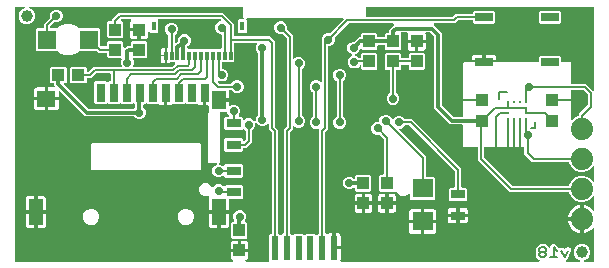
<source format=gbl>
G04 EAGLE Gerber RS-274X export*
G75*
%MOMM*%
%FSLAX34Y34*%
%LPD*%
%INBottom Copper*%
%IPPOS*%
%AMOC8*
5,1,8,0,0,1.08239X$1,22.5*%
G01*
%ADD10C,0.203200*%
%ADD11R,1.200000X0.800000*%
%ADD12R,1.000000X1.100000*%
%ADD13R,1.800000X1.600000*%
%ADD14C,1.000000*%
%ADD15R,1.100000X1.000000*%
%ADD16R,1.500000X1.600000*%
%ADD17R,0.300000X0.800000*%
%ADD18R,0.400000X0.800000*%
%ADD19R,0.250000X0.275000*%
%ADD20R,0.275000X0.250000*%
%ADD21R,1.524000X0.762000*%
%ADD22R,0.700000X1.600000*%
%ADD23R,1.200000X2.200000*%
%ADD24R,1.600000X1.400000*%
%ADD25R,1.200000X1.600000*%
%ADD26R,0.600000X2.000000*%
%ADD27C,1.879600*%
%ADD28C,0.736600*%
%ADD29C,0.177800*%
%ADD30C,0.304800*%

G36*
X174346Y2033D02*
X174346Y2033D01*
X174370Y2030D01*
X174467Y2052D01*
X174565Y2068D01*
X174586Y2080D01*
X174610Y2085D01*
X174695Y2137D01*
X174782Y2184D01*
X174799Y2201D01*
X174819Y2214D01*
X174883Y2290D01*
X174952Y2362D01*
X174962Y2384D01*
X174977Y2402D01*
X175013Y2495D01*
X175055Y2585D01*
X175058Y2609D01*
X175067Y2631D01*
X175071Y2731D01*
X175082Y2829D01*
X175077Y2853D01*
X175078Y2877D01*
X175051Y2972D01*
X175030Y3070D01*
X175018Y3091D01*
X175011Y3114D01*
X174955Y3195D01*
X174904Y3281D01*
X174886Y3297D01*
X174872Y3316D01*
X174793Y3376D01*
X174717Y3441D01*
X174695Y3450D01*
X174675Y3464D01*
X174519Y3525D01*
X174119Y3632D01*
X173540Y3967D01*
X173067Y4440D01*
X172732Y5019D01*
X172559Y5666D01*
X172559Y9977D01*
X179338Y9977D01*
X179358Y9980D01*
X179377Y9978D01*
X179479Y10000D01*
X179581Y10017D01*
X179598Y10026D01*
X179618Y10030D01*
X179707Y10083D01*
X179798Y10132D01*
X179812Y10146D01*
X179829Y10156D01*
X179896Y10235D01*
X179967Y10310D01*
X179976Y10328D01*
X179989Y10343D01*
X180028Y10439D01*
X180071Y10533D01*
X180073Y10553D01*
X180081Y10571D01*
X180099Y10738D01*
X180099Y11501D01*
X180101Y11501D01*
X180101Y10738D01*
X180104Y10718D01*
X180102Y10699D01*
X180124Y10597D01*
X180141Y10495D01*
X180150Y10478D01*
X180154Y10458D01*
X180207Y10369D01*
X180256Y10278D01*
X180270Y10264D01*
X180280Y10247D01*
X180359Y10180D01*
X180434Y10109D01*
X180452Y10100D01*
X180467Y10087D01*
X180563Y10048D01*
X180657Y10005D01*
X180677Y10003D01*
X180695Y9995D01*
X180862Y9977D01*
X187641Y9977D01*
X187641Y5666D01*
X187468Y5019D01*
X187133Y4440D01*
X186660Y3967D01*
X186081Y3632D01*
X185681Y3525D01*
X185659Y3515D01*
X185635Y3511D01*
X185547Y3465D01*
X185457Y3424D01*
X185439Y3408D01*
X185418Y3396D01*
X185349Y3324D01*
X185276Y3257D01*
X185265Y3236D01*
X185248Y3218D01*
X185207Y3128D01*
X185159Y3041D01*
X185155Y3017D01*
X185145Y2995D01*
X185134Y2896D01*
X185117Y2798D01*
X185120Y2774D01*
X185118Y2751D01*
X185139Y2654D01*
X185154Y2555D01*
X185165Y2534D01*
X185170Y2510D01*
X185221Y2425D01*
X185266Y2336D01*
X185284Y2320D01*
X185296Y2299D01*
X185372Y2234D01*
X185443Y2165D01*
X185465Y2155D01*
X185483Y2139D01*
X185576Y2102D01*
X185665Y2059D01*
X185689Y2056D01*
X185711Y2047D01*
X185878Y2029D01*
X204560Y2029D01*
X204580Y2032D01*
X204599Y2030D01*
X204701Y2052D01*
X204803Y2068D01*
X204820Y2078D01*
X204840Y2082D01*
X204929Y2135D01*
X205020Y2184D01*
X205034Y2198D01*
X205051Y2208D01*
X205118Y2287D01*
X205190Y2362D01*
X205198Y2380D01*
X205211Y2395D01*
X205250Y2491D01*
X205293Y2585D01*
X205295Y2605D01*
X205303Y2623D01*
X205321Y2790D01*
X205321Y24537D01*
X206363Y25579D01*
X206671Y25579D01*
X206691Y25582D01*
X206710Y25580D01*
X206812Y25602D01*
X206914Y25618D01*
X206931Y25628D01*
X206951Y25632D01*
X207040Y25685D01*
X207131Y25734D01*
X207145Y25748D01*
X207162Y25758D01*
X207229Y25837D01*
X207301Y25912D01*
X207309Y25930D01*
X207322Y25945D01*
X207361Y26041D01*
X207404Y26135D01*
X207406Y26155D01*
X207414Y26173D01*
X207432Y26340D01*
X207432Y111080D01*
X207418Y111170D01*
X207410Y111261D01*
X207398Y111290D01*
X207393Y111322D01*
X207350Y111403D01*
X207314Y111487D01*
X207288Y111519D01*
X207277Y111540D01*
X207254Y111562D01*
X207209Y111618D01*
X204932Y113895D01*
X204932Y117860D01*
X204921Y117931D01*
X204919Y118003D01*
X204901Y118052D01*
X204893Y118103D01*
X204859Y118166D01*
X204834Y118234D01*
X204802Y118274D01*
X204777Y118321D01*
X204725Y118370D01*
X204681Y118426D01*
X204637Y118454D01*
X204599Y118490D01*
X204534Y118520D01*
X204474Y118559D01*
X204423Y118572D01*
X204376Y118594D01*
X204305Y118601D01*
X204235Y118619D01*
X204183Y118615D01*
X204132Y118621D01*
X204061Y118605D01*
X203990Y118600D01*
X203942Y118579D01*
X203891Y118568D01*
X203830Y118532D01*
X203764Y118503D01*
X203708Y118459D01*
X203680Y118442D01*
X203665Y118424D01*
X203633Y118399D01*
X202524Y117290D01*
X200516Y116458D01*
X198344Y116458D01*
X196336Y117290D01*
X194756Y118870D01*
X194749Y118883D01*
X194731Y118900D01*
X194717Y118923D01*
X194642Y118985D01*
X194571Y119052D01*
X194548Y119063D01*
X194528Y119079D01*
X194436Y119115D01*
X194348Y119156D01*
X194322Y119159D01*
X194298Y119168D01*
X194200Y119172D01*
X194104Y119183D01*
X194078Y119177D01*
X194052Y119178D01*
X193959Y119151D01*
X193863Y119131D01*
X193841Y119117D01*
X193816Y119110D01*
X193736Y119054D01*
X193652Y119004D01*
X193635Y118985D01*
X193614Y118970D01*
X193556Y118892D01*
X193492Y118817D01*
X193482Y118793D01*
X193467Y118773D01*
X193437Y118680D01*
X193400Y118589D01*
X193397Y118557D01*
X193391Y118539D01*
X193391Y118506D01*
X193382Y118423D01*
X193382Y117024D01*
X192550Y115016D01*
X190990Y113456D01*
X190959Y113437D01*
X190858Y113376D01*
X190854Y113372D01*
X190849Y113368D01*
X190774Y113279D01*
X190698Y113189D01*
X190696Y113184D01*
X190692Y113179D01*
X190650Y113070D01*
X190606Y112961D01*
X190605Y112954D01*
X190604Y112949D01*
X190603Y112931D01*
X190588Y112795D01*
X190588Y103035D01*
X185885Y98332D01*
X183640Y98332D01*
X183620Y98329D01*
X183601Y98331D01*
X183499Y98309D01*
X183397Y98293D01*
X183380Y98283D01*
X183360Y98279D01*
X183271Y98226D01*
X183180Y98177D01*
X183166Y98163D01*
X183149Y98153D01*
X183082Y98074D01*
X183010Y97999D01*
X183002Y97981D01*
X182989Y97966D01*
X182950Y97870D01*
X182907Y97776D01*
X182905Y97756D01*
X182897Y97738D01*
X182879Y97571D01*
X182879Y96263D01*
X181837Y95221D01*
X168363Y95221D01*
X167321Y96263D01*
X167321Y105737D01*
X168363Y106779D01*
X181837Y106779D01*
X182879Y105737D01*
X182879Y104709D01*
X182890Y104639D01*
X182892Y104567D01*
X182910Y104518D01*
X182918Y104467D01*
X182952Y104403D01*
X182977Y104336D01*
X183009Y104295D01*
X183034Y104249D01*
X183086Y104200D01*
X183130Y104144D01*
X183174Y104116D01*
X183212Y104080D01*
X183277Y104050D01*
X183337Y104011D01*
X183388Y103998D01*
X183435Y103976D01*
X183506Y103968D01*
X183576Y103951D01*
X183628Y103955D01*
X183679Y103949D01*
X183750Y103964D01*
X183821Y103970D01*
X183869Y103990D01*
X183920Y104001D01*
X183981Y104038D01*
X184047Y104066D01*
X184103Y104111D01*
X184131Y104127D01*
X184146Y104145D01*
X184178Y104171D01*
X185029Y105022D01*
X185071Y105080D01*
X185119Y105131D01*
X185127Y105148D01*
X185142Y105165D01*
X185154Y105196D01*
X185173Y105222D01*
X185196Y105296D01*
X185223Y105354D01*
X185224Y105370D01*
X185234Y105394D01*
X185238Y105435D01*
X185245Y105457D01*
X185244Y105489D01*
X185252Y105560D01*
X185252Y112795D01*
X185233Y112910D01*
X185216Y113026D01*
X185214Y113031D01*
X185213Y113037D01*
X185158Y113140D01*
X185105Y113245D01*
X185100Y113249D01*
X185097Y113255D01*
X185013Y113335D01*
X184929Y113417D01*
X184923Y113421D01*
X184919Y113424D01*
X184902Y113432D01*
X184839Y113466D01*
X183999Y114307D01*
X183983Y114319D01*
X183970Y114334D01*
X183883Y114390D01*
X183799Y114450D01*
X183780Y114456D01*
X183763Y114467D01*
X183663Y114492D01*
X183564Y114523D01*
X183544Y114522D01*
X183525Y114527D01*
X183422Y114519D01*
X183318Y114516D01*
X183300Y114510D01*
X183280Y114508D01*
X183185Y114468D01*
X183087Y114432D01*
X183072Y114419D01*
X183053Y114412D01*
X182922Y114307D01*
X181837Y113221D01*
X168363Y113221D01*
X167321Y114263D01*
X167321Y123737D01*
X168363Y124779D01*
X170419Y124779D01*
X170490Y124790D01*
X170562Y124792D01*
X170611Y124810D01*
X170662Y124818D01*
X170725Y124852D01*
X170793Y124877D01*
X170834Y124909D01*
X170880Y124934D01*
X170929Y124986D01*
X170985Y125030D01*
X171013Y125074D01*
X171049Y125112D01*
X171079Y125177D01*
X171118Y125237D01*
X171131Y125288D01*
X171153Y125335D01*
X171160Y125406D01*
X171178Y125476D01*
X171174Y125528D01*
X171180Y125579D01*
X171164Y125650D01*
X171159Y125721D01*
X171138Y125769D01*
X171127Y125820D01*
X171091Y125881D01*
X171062Y125947D01*
X171018Y126003D01*
X171001Y126031D01*
X170983Y126046D01*
X170958Y126078D01*
X170590Y126446D01*
X169929Y128041D01*
X169880Y128120D01*
X169837Y128203D01*
X169816Y128224D01*
X169800Y128250D01*
X169728Y128309D01*
X169661Y128374D01*
X169634Y128387D01*
X169610Y128406D01*
X169523Y128440D01*
X169439Y128480D01*
X169409Y128484D01*
X169381Y128495D01*
X169287Y128499D01*
X169195Y128510D01*
X169157Y128504D01*
X169135Y128505D01*
X169103Y128496D01*
X169029Y128485D01*
X168935Y128459D01*
X164386Y128459D01*
X164366Y128456D01*
X164347Y128458D01*
X164245Y128436D01*
X164143Y128420D01*
X164126Y128410D01*
X164106Y128406D01*
X164017Y128353D01*
X163926Y128304D01*
X163912Y128290D01*
X163895Y128280D01*
X163828Y128201D01*
X163756Y128126D01*
X163748Y128108D01*
X163735Y128093D01*
X163696Y127997D01*
X163653Y127903D01*
X163651Y127883D01*
X163643Y127865D01*
X163625Y127698D01*
X163625Y86368D01*
X162758Y85501D01*
X162716Y85443D01*
X162666Y85391D01*
X162644Y85344D01*
X162614Y85302D01*
X162593Y85233D01*
X162563Y85168D01*
X162557Y85116D01*
X162542Y85066D01*
X162544Y84995D01*
X162536Y84924D01*
X162547Y84873D01*
X162548Y84821D01*
X162573Y84753D01*
X162588Y84683D01*
X162615Y84638D01*
X162632Y84590D01*
X162677Y84534D01*
X162714Y84472D01*
X162754Y84438D01*
X162786Y84398D01*
X162846Y84359D01*
X162901Y84312D01*
X162949Y84293D01*
X162993Y84265D01*
X163063Y84247D01*
X163129Y84220D01*
X163200Y84212D01*
X163232Y84204D01*
X163255Y84206D01*
X163296Y84202D01*
X163606Y84202D01*
X165614Y83370D01*
X166022Y82962D01*
X166080Y82920D01*
X166132Y82871D01*
X166179Y82849D01*
X166221Y82819D01*
X166290Y82798D01*
X166355Y82767D01*
X166407Y82762D01*
X166457Y82746D01*
X166528Y82748D01*
X166599Y82740D01*
X166650Y82751D01*
X166702Y82753D01*
X166770Y82777D01*
X166840Y82793D01*
X166885Y82819D01*
X166933Y82837D01*
X166989Y82882D01*
X167051Y82919D01*
X167085Y82958D01*
X167125Y82991D01*
X167164Y83051D01*
X167211Y83106D01*
X167230Y83154D01*
X167258Y83198D01*
X167276Y83267D01*
X167303Y83334D01*
X167311Y83405D01*
X167319Y83436D01*
X167317Y83460D01*
X167321Y83501D01*
X167321Y83737D01*
X168363Y84779D01*
X181837Y84779D01*
X182879Y83737D01*
X182879Y74263D01*
X181837Y73221D01*
X168363Y73221D01*
X167191Y74394D01*
X167166Y74440D01*
X167114Y74489D01*
X167070Y74545D01*
X167026Y74573D01*
X166988Y74609D01*
X166923Y74639D01*
X166863Y74678D01*
X166812Y74691D01*
X166765Y74713D01*
X166694Y74720D01*
X166624Y74738D01*
X166572Y74734D01*
X166521Y74740D01*
X166450Y74724D01*
X166379Y74719D01*
X166331Y74698D01*
X166280Y74687D01*
X166219Y74651D01*
X166153Y74622D01*
X166097Y74578D01*
X166069Y74561D01*
X166054Y74543D01*
X166022Y74518D01*
X165614Y74110D01*
X163606Y73278D01*
X161434Y73278D01*
X159426Y74110D01*
X157890Y75646D01*
X157058Y77654D01*
X157058Y79826D01*
X157890Y81834D01*
X159426Y83370D01*
X160972Y84011D01*
X161055Y84062D01*
X161141Y84108D01*
X161159Y84127D01*
X161182Y84140D01*
X161244Y84215D01*
X161311Y84286D01*
X161322Y84310D01*
X161338Y84330D01*
X161373Y84421D01*
X161414Y84509D01*
X161417Y84535D01*
X161427Y84559D01*
X161431Y84657D01*
X161441Y84753D01*
X161436Y84779D01*
X161437Y84805D01*
X161410Y84899D01*
X161389Y84994D01*
X161376Y85016D01*
X161368Y85041D01*
X161313Y85121D01*
X161263Y85205D01*
X161243Y85222D01*
X161228Y85243D01*
X161150Y85302D01*
X161076Y85365D01*
X161052Y85375D01*
X161031Y85390D01*
X160938Y85420D01*
X160848Y85457D01*
X160815Y85460D01*
X160797Y85466D01*
X160764Y85466D01*
X160681Y85475D01*
X154468Y85475D01*
X153575Y86368D01*
X153575Y127632D01*
X154453Y128509D01*
X154478Y128545D01*
X154511Y128574D01*
X154550Y128644D01*
X154596Y128709D01*
X154609Y128751D01*
X154631Y128789D01*
X154645Y128868D01*
X154669Y128944D01*
X154668Y128988D01*
X154676Y129031D01*
X154664Y129110D01*
X154662Y129190D01*
X154647Y129231D01*
X154641Y129274D01*
X154583Y129408D01*
X154578Y129421D01*
X154576Y129424D01*
X154574Y129428D01*
X154232Y130019D01*
X154059Y130666D01*
X154059Y133698D01*
X154056Y133718D01*
X154058Y133737D01*
X154036Y133839D01*
X154020Y133941D01*
X154010Y133958D01*
X154006Y133978D01*
X153953Y134067D01*
X153904Y134158D01*
X153890Y134172D01*
X153880Y134189D01*
X153801Y134256D01*
X153726Y134328D01*
X153708Y134336D01*
X153693Y134349D01*
X153597Y134388D01*
X153503Y134431D01*
X153483Y134433D01*
X153465Y134441D01*
X153298Y134459D01*
X152123Y134459D01*
X152123Y144238D01*
X152120Y144258D01*
X152122Y144277D01*
X152100Y144379D01*
X152083Y144481D01*
X152074Y144498D01*
X152070Y144518D01*
X152017Y144607D01*
X151968Y144698D01*
X151954Y144712D01*
X151944Y144729D01*
X151865Y144796D01*
X151790Y144867D01*
X151772Y144876D01*
X151757Y144889D01*
X151661Y144928D01*
X151567Y144971D01*
X151547Y144973D01*
X151529Y144981D01*
X151362Y144999D01*
X149838Y144999D01*
X149818Y144996D01*
X149799Y144998D01*
X149697Y144976D01*
X149595Y144959D01*
X149578Y144950D01*
X149558Y144946D01*
X149469Y144893D01*
X149378Y144844D01*
X149364Y144830D01*
X149347Y144820D01*
X149280Y144741D01*
X149209Y144666D01*
X149200Y144648D01*
X149187Y144633D01*
X149148Y144537D01*
X149105Y144443D01*
X149103Y144423D01*
X149095Y144405D01*
X149077Y144238D01*
X149077Y134459D01*
X146766Y134459D01*
X146119Y134632D01*
X145540Y134967D01*
X145099Y135407D01*
X145083Y135419D01*
X145071Y135435D01*
X144983Y135491D01*
X144900Y135551D01*
X144881Y135557D01*
X144864Y135568D01*
X144764Y135593D01*
X144665Y135623D01*
X144645Y135623D01*
X144625Y135628D01*
X144522Y135620D01*
X144419Y135617D01*
X144400Y135610D01*
X144380Y135609D01*
X144285Y135568D01*
X144188Y135532D01*
X144172Y135520D01*
X144154Y135512D01*
X144023Y135407D01*
X143837Y135221D01*
X135363Y135221D01*
X134638Y135946D01*
X134622Y135958D01*
X134610Y135973D01*
X134522Y136029D01*
X134439Y136090D01*
X134420Y136096D01*
X134403Y136106D01*
X134302Y136132D01*
X134203Y136162D01*
X134184Y136162D01*
X134164Y136166D01*
X134061Y136158D01*
X133958Y136156D01*
X133939Y136149D01*
X133919Y136147D01*
X133824Y136107D01*
X133727Y136071D01*
X133711Y136059D01*
X133693Y136051D01*
X133562Y135946D01*
X132837Y135221D01*
X124363Y135221D01*
X124177Y135407D01*
X124161Y135419D01*
X124148Y135435D01*
X124061Y135491D01*
X123977Y135551D01*
X123958Y135557D01*
X123942Y135568D01*
X123841Y135593D01*
X123742Y135623D01*
X123722Y135623D01*
X123703Y135628D01*
X123600Y135620D01*
X123496Y135617D01*
X123478Y135610D01*
X123458Y135609D01*
X123363Y135568D01*
X123265Y135532D01*
X123250Y135520D01*
X123231Y135512D01*
X123100Y135407D01*
X122660Y134967D01*
X122081Y134632D01*
X121434Y134459D01*
X119123Y134459D01*
X119123Y144238D01*
X119120Y144258D01*
X119122Y144277D01*
X119100Y144379D01*
X119083Y144481D01*
X119074Y144498D01*
X119070Y144518D01*
X119017Y144607D01*
X118968Y144698D01*
X118954Y144712D01*
X118944Y144729D01*
X118865Y144796D01*
X118790Y144867D01*
X118772Y144876D01*
X118757Y144889D01*
X118661Y144928D01*
X118567Y144971D01*
X118547Y144973D01*
X118529Y144981D01*
X118362Y144999D01*
X116838Y144999D01*
X116818Y144996D01*
X116799Y144998D01*
X116697Y144976D01*
X116595Y144959D01*
X116578Y144950D01*
X116558Y144946D01*
X116469Y144893D01*
X116378Y144844D01*
X116364Y144830D01*
X116347Y144820D01*
X116280Y144741D01*
X116209Y144666D01*
X116200Y144648D01*
X116187Y144633D01*
X116148Y144537D01*
X116105Y144443D01*
X116103Y144423D01*
X116095Y144405D01*
X116077Y144238D01*
X116077Y134459D01*
X113766Y134459D01*
X113119Y134632D01*
X112540Y134967D01*
X112099Y135407D01*
X112083Y135419D01*
X112071Y135435D01*
X111983Y135491D01*
X111900Y135551D01*
X111881Y135557D01*
X111864Y135568D01*
X111764Y135593D01*
X111665Y135623D01*
X111645Y135623D01*
X111625Y135628D01*
X111522Y135620D01*
X111419Y135617D01*
X111400Y135610D01*
X111380Y135609D01*
X111285Y135568D01*
X111188Y135532D01*
X111172Y135520D01*
X111154Y135512D01*
X111023Y135407D01*
X110837Y135221D01*
X102363Y135221D01*
X101638Y135946D01*
X101622Y135958D01*
X101610Y135973D01*
X101522Y136029D01*
X101439Y136090D01*
X101420Y136096D01*
X101403Y136106D01*
X101302Y136132D01*
X101203Y136162D01*
X101184Y136162D01*
X101164Y136166D01*
X101061Y136158D01*
X100958Y136156D01*
X100939Y136149D01*
X100919Y136147D01*
X100824Y136107D01*
X100727Y136071D01*
X100711Y136059D01*
X100693Y136051D01*
X100562Y135946D01*
X99837Y135221D01*
X99354Y135221D01*
X99334Y135218D01*
X99315Y135220D01*
X99213Y135198D01*
X99111Y135182D01*
X99094Y135172D01*
X99074Y135168D01*
X98985Y135115D01*
X98894Y135066D01*
X98880Y135052D01*
X98863Y135042D01*
X98796Y134963D01*
X98724Y134888D01*
X98716Y134870D01*
X98703Y134855D01*
X98664Y134759D01*
X98621Y134665D01*
X98619Y134645D01*
X98611Y134627D01*
X98593Y134460D01*
X98593Y133007D01*
X98607Y132917D01*
X98615Y132826D01*
X98627Y132796D01*
X98632Y132764D01*
X98675Y132683D01*
X98711Y132599D01*
X98737Y132567D01*
X98748Y132547D01*
X98771Y132524D01*
X98816Y132468D01*
X99920Y131364D01*
X100752Y129356D01*
X100752Y127184D01*
X99920Y125176D01*
X98384Y123640D01*
X96376Y122808D01*
X94204Y122808D01*
X92196Y123640D01*
X91092Y124744D01*
X91018Y124797D01*
X90948Y124857D01*
X90918Y124869D01*
X90892Y124888D01*
X90805Y124915D01*
X90720Y124949D01*
X90679Y124953D01*
X90657Y124960D01*
X90625Y124959D01*
X90553Y124967D01*
X49472Y124967D01*
X47314Y127125D01*
X28440Y145999D01*
X28382Y146041D01*
X28330Y146090D01*
X28283Y146112D01*
X28241Y146143D01*
X28172Y146164D01*
X28107Y146194D01*
X28055Y146200D01*
X28005Y146215D01*
X27934Y146213D01*
X27863Y146221D01*
X27812Y146210D01*
X27760Y146209D01*
X27692Y146184D01*
X27622Y146169D01*
X27577Y146142D01*
X27529Y146124D01*
X27473Y146079D01*
X27411Y146042D01*
X27377Y146003D01*
X27337Y145970D01*
X27298Y145910D01*
X27251Y145856D01*
X27232Y145807D01*
X27204Y145763D01*
X27186Y145694D01*
X27159Y145627D01*
X27151Y145556D01*
X27143Y145525D01*
X27145Y145502D01*
X27141Y145461D01*
X27141Y141523D01*
X18123Y141523D01*
X18123Y149541D01*
X23061Y149541D01*
X23131Y149552D01*
X23203Y149554D01*
X23252Y149572D01*
X23303Y149580D01*
X23367Y149614D01*
X23434Y149639D01*
X23475Y149671D01*
X23521Y149696D01*
X23570Y149748D01*
X23626Y149792D01*
X23654Y149836D01*
X23690Y149874D01*
X23720Y149939D01*
X23759Y149999D01*
X23772Y150050D01*
X23794Y150097D01*
X23802Y150168D01*
X23819Y150238D01*
X23815Y150290D01*
X23821Y150341D01*
X23806Y150412D01*
X23800Y150483D01*
X23780Y150531D01*
X23769Y150582D01*
X23732Y150643D01*
X23704Y150709D01*
X23659Y150765D01*
X23642Y150793D01*
X23625Y150808D01*
X23599Y150840D01*
X23297Y151142D01*
X23297Y152460D01*
X23294Y152480D01*
X23296Y152499D01*
X23274Y152601D01*
X23258Y152703D01*
X23248Y152720D01*
X23244Y152740D01*
X23191Y152829D01*
X23142Y152920D01*
X23128Y152934D01*
X23118Y152951D01*
X23039Y153018D01*
X22964Y153090D01*
X22946Y153098D01*
X22931Y153111D01*
X22835Y153150D01*
X22741Y153193D01*
X22721Y153195D01*
X22703Y153203D01*
X22536Y153221D01*
X20363Y153221D01*
X19321Y154263D01*
X19321Y165737D01*
X20363Y166779D01*
X32837Y166779D01*
X33879Y165737D01*
X33879Y154263D01*
X32837Y153221D01*
X32397Y153221D01*
X32327Y153210D01*
X32255Y153208D01*
X32206Y153190D01*
X32155Y153182D01*
X32091Y153148D01*
X32024Y153123D01*
X31983Y153091D01*
X31937Y153066D01*
X31888Y153014D01*
X31832Y152970D01*
X31804Y152926D01*
X31768Y152888D01*
X31738Y152823D01*
X31699Y152763D01*
X31686Y152712D01*
X31664Y152665D01*
X31656Y152594D01*
X31639Y152524D01*
X31643Y152472D01*
X31637Y152421D01*
X31652Y152350D01*
X31658Y152279D01*
X31678Y152231D01*
X31689Y152180D01*
X31726Y152119D01*
X31754Y152053D01*
X31799Y151997D01*
X31816Y151969D01*
X31833Y151954D01*
X31859Y151922D01*
X51985Y131796D01*
X52059Y131743D01*
X52128Y131683D01*
X52159Y131671D01*
X52185Y131652D01*
X52272Y131625D01*
X52357Y131591D01*
X52398Y131587D01*
X52420Y131580D01*
X52452Y131581D01*
X52523Y131573D01*
X90553Y131573D01*
X90643Y131587D01*
X90734Y131595D01*
X90764Y131607D01*
X90796Y131612D01*
X90877Y131655D01*
X90961Y131691D01*
X90993Y131717D01*
X91013Y131728D01*
X91036Y131751D01*
X91092Y131796D01*
X91764Y132468D01*
X91817Y132542D01*
X91877Y132612D01*
X91889Y132642D01*
X91908Y132668D01*
X91935Y132755D01*
X91969Y132840D01*
X91973Y132881D01*
X91980Y132903D01*
X91979Y132935D01*
X91987Y133007D01*
X91987Y134460D01*
X91984Y134480D01*
X91986Y134499D01*
X91964Y134601D01*
X91948Y134703D01*
X91938Y134720D01*
X91934Y134740D01*
X91881Y134829D01*
X91832Y134920D01*
X91818Y134934D01*
X91808Y134951D01*
X91729Y135018D01*
X91654Y135090D01*
X91636Y135098D01*
X91621Y135111D01*
X91525Y135150D01*
X91431Y135193D01*
X91411Y135195D01*
X91393Y135203D01*
X91380Y135204D01*
X90638Y135946D01*
X90622Y135958D01*
X90610Y135973D01*
X90522Y136029D01*
X90439Y136090D01*
X90420Y136096D01*
X90403Y136106D01*
X90302Y136132D01*
X90203Y136162D01*
X90184Y136162D01*
X90164Y136166D01*
X90061Y136158D01*
X89958Y136156D01*
X89939Y136149D01*
X89919Y136147D01*
X89824Y136107D01*
X89727Y136071D01*
X89711Y136059D01*
X89693Y136051D01*
X89562Y135946D01*
X88837Y135221D01*
X80363Y135221D01*
X79638Y135946D01*
X79622Y135958D01*
X79610Y135973D01*
X79522Y136029D01*
X79439Y136090D01*
X79420Y136096D01*
X79403Y136106D01*
X79302Y136132D01*
X79203Y136162D01*
X79184Y136162D01*
X79164Y136166D01*
X79061Y136158D01*
X78958Y136156D01*
X78939Y136149D01*
X78919Y136147D01*
X78824Y136107D01*
X78727Y136071D01*
X78711Y136059D01*
X78693Y136051D01*
X78562Y135946D01*
X77837Y135221D01*
X69363Y135221D01*
X68638Y135946D01*
X68622Y135958D01*
X68610Y135973D01*
X68522Y136029D01*
X68439Y136090D01*
X68420Y136096D01*
X68403Y136106D01*
X68302Y136132D01*
X68203Y136162D01*
X68184Y136162D01*
X68164Y136166D01*
X68061Y136158D01*
X67958Y136156D01*
X67939Y136149D01*
X67919Y136147D01*
X67824Y136107D01*
X67727Y136071D01*
X67711Y136059D01*
X67693Y136051D01*
X67562Y135946D01*
X66837Y135221D01*
X58363Y135221D01*
X57321Y136263D01*
X57321Y153737D01*
X58363Y154779D01*
X66837Y154779D01*
X67562Y154054D01*
X67578Y154042D01*
X67590Y154027D01*
X67678Y153971D01*
X67761Y153910D01*
X67780Y153904D01*
X67797Y153894D01*
X67898Y153868D01*
X67997Y153838D01*
X68016Y153838D01*
X68036Y153834D01*
X68139Y153842D01*
X68242Y153844D01*
X68261Y153851D01*
X68281Y153853D01*
X68376Y153893D01*
X68473Y153929D01*
X68489Y153941D01*
X68507Y153949D01*
X68638Y154054D01*
X69363Y154779D01*
X70191Y154779D01*
X70211Y154782D01*
X70230Y154780D01*
X70332Y154802D01*
X70434Y154818D01*
X70451Y154828D01*
X70471Y154832D01*
X70560Y154885D01*
X70651Y154934D01*
X70665Y154948D01*
X70682Y154958D01*
X70749Y155037D01*
X70821Y155112D01*
X70829Y155130D01*
X70842Y155145D01*
X70881Y155241D01*
X70924Y155335D01*
X70926Y155355D01*
X70934Y155373D01*
X70952Y155540D01*
X70952Y160683D01*
X70949Y160703D01*
X70951Y160722D01*
X70929Y160824D01*
X70913Y160926D01*
X70903Y160943D01*
X70899Y160963D01*
X70846Y161052D01*
X70797Y161143D01*
X70783Y161157D01*
X70773Y161174D01*
X70694Y161241D01*
X70619Y161313D01*
X70601Y161321D01*
X70586Y161334D01*
X70490Y161373D01*
X70396Y161416D01*
X70376Y161418D01*
X70358Y161426D01*
X70191Y161444D01*
X58812Y161444D01*
X58722Y161430D01*
X58631Y161422D01*
X58602Y161410D01*
X58570Y161405D01*
X58489Y161362D01*
X58405Y161326D01*
X58373Y161300D01*
X58352Y161289D01*
X58330Y161266D01*
X58274Y161221D01*
X54385Y157332D01*
X51640Y157332D01*
X51620Y157329D01*
X51601Y157331D01*
X51499Y157309D01*
X51397Y157293D01*
X51380Y157283D01*
X51360Y157279D01*
X51271Y157226D01*
X51180Y157177D01*
X51166Y157163D01*
X51149Y157153D01*
X51082Y157074D01*
X51010Y156999D01*
X51002Y156981D01*
X50989Y156966D01*
X50950Y156870D01*
X50907Y156776D01*
X50905Y156756D01*
X50897Y156738D01*
X50879Y156571D01*
X50879Y154263D01*
X49837Y153221D01*
X37363Y153221D01*
X36321Y154263D01*
X36321Y165737D01*
X37363Y166779D01*
X49837Y166779D01*
X50879Y165737D01*
X50879Y163429D01*
X50882Y163409D01*
X50880Y163390D01*
X50902Y163288D01*
X50918Y163186D01*
X50928Y163169D01*
X50932Y163149D01*
X50985Y163060D01*
X51034Y162969D01*
X51048Y162955D01*
X51058Y162938D01*
X51137Y162871D01*
X51212Y162799D01*
X51230Y162791D01*
X51245Y162778D01*
X51341Y162739D01*
X51435Y162696D01*
X51455Y162694D01*
X51473Y162686D01*
X51640Y162668D01*
X51860Y162668D01*
X51950Y162682D01*
X52041Y162690D01*
X52070Y162702D01*
X52102Y162707D01*
X52183Y162750D01*
X52267Y162786D01*
X52299Y162812D01*
X52320Y162823D01*
X52342Y162846D01*
X52398Y162891D01*
X56287Y166780D01*
X79604Y166780D01*
X79649Y166787D01*
X79695Y166785D01*
X79770Y166807D01*
X79847Y166819D01*
X79887Y166841D01*
X79932Y166854D01*
X79996Y166898D01*
X80064Y166935D01*
X80096Y166968D01*
X80134Y166994D01*
X80180Y167057D01*
X80234Y167113D01*
X80253Y167155D01*
X80280Y167191D01*
X80305Y167265D01*
X80337Y167336D01*
X80342Y167382D01*
X80357Y167425D01*
X80356Y167503D01*
X80364Y167580D01*
X80355Y167625D01*
X80354Y167671D01*
X80316Y167803D01*
X80312Y167821D01*
X80310Y167825D01*
X80308Y167832D01*
X79668Y169376D01*
X79668Y171548D01*
X80339Y173169D01*
X80350Y173213D01*
X80369Y173255D01*
X80378Y173332D01*
X80396Y173408D01*
X80391Y173454D01*
X80396Y173499D01*
X80380Y173576D01*
X80372Y173653D01*
X80354Y173695D01*
X80344Y173740D01*
X80304Y173807D01*
X80272Y173878D01*
X80241Y173912D01*
X80218Y173951D01*
X80159Y174002D01*
X80106Y174059D01*
X80066Y174081D01*
X80031Y174111D01*
X79959Y174140D01*
X79891Y174177D01*
X79845Y174186D01*
X79803Y174203D01*
X79667Y174218D01*
X79649Y174221D01*
X79644Y174220D01*
X79636Y174221D01*
X69363Y174221D01*
X68321Y175263D01*
X68321Y178071D01*
X68318Y178091D01*
X68320Y178110D01*
X68298Y178212D01*
X68282Y178314D01*
X68272Y178331D01*
X68268Y178351D01*
X68215Y178440D01*
X68166Y178531D01*
X68152Y178545D01*
X68142Y178562D01*
X68063Y178629D01*
X67988Y178701D01*
X67970Y178709D01*
X67955Y178722D01*
X67859Y178761D01*
X67765Y178804D01*
X67745Y178806D01*
X67727Y178814D01*
X67560Y178832D01*
X60495Y178832D01*
X59329Y179998D01*
X59255Y180051D01*
X59186Y180111D01*
X59155Y180123D01*
X59129Y180142D01*
X59042Y180169D01*
X58957Y180203D01*
X58916Y180207D01*
X58894Y180214D01*
X58862Y180213D01*
X58791Y180221D01*
X44790Y180221D01*
X44784Y180225D01*
X44684Y180250D01*
X44585Y180280D01*
X44565Y180280D01*
X44546Y180285D01*
X44443Y180277D01*
X44339Y180274D01*
X44321Y180267D01*
X44301Y180266D01*
X44206Y180225D01*
X44108Y180190D01*
X44093Y180177D01*
X44074Y180169D01*
X43943Y180064D01*
X42622Y178743D01*
X37741Y176721D01*
X32459Y176721D01*
X27578Y178743D01*
X26257Y180064D01*
X26240Y180076D01*
X26228Y180092D01*
X26140Y180148D01*
X26057Y180208D01*
X26038Y180214D01*
X26021Y180225D01*
X25920Y180250D01*
X25822Y180280D01*
X25802Y180280D01*
X25782Y180285D01*
X25679Y180277D01*
X25576Y180274D01*
X25557Y180267D01*
X25537Y180266D01*
X25442Y180225D01*
X25432Y180221D01*
X8863Y180221D01*
X7821Y181263D01*
X7821Y198737D01*
X8863Y199779D01*
X13671Y199779D01*
X13691Y199782D01*
X13710Y199780D01*
X13812Y199802D01*
X13914Y199818D01*
X13931Y199828D01*
X13951Y199832D01*
X14040Y199885D01*
X14131Y199934D01*
X14145Y199948D01*
X14162Y199958D01*
X14229Y200037D01*
X14301Y200112D01*
X14309Y200130D01*
X14322Y200145D01*
X14361Y200241D01*
X14404Y200335D01*
X14406Y200355D01*
X14414Y200373D01*
X14432Y200540D01*
X14432Y203105D01*
X19455Y208128D01*
X19524Y208223D01*
X19593Y208317D01*
X19595Y208323D01*
X19599Y208328D01*
X19633Y208439D01*
X19669Y208551D01*
X19669Y208557D01*
X19671Y208563D01*
X19668Y208679D01*
X19667Y208796D01*
X19665Y208804D01*
X19665Y208809D01*
X19658Y208826D01*
X19638Y208895D01*
X19638Y211086D01*
X20470Y213094D01*
X22006Y214630D01*
X24014Y215462D01*
X26186Y215462D01*
X28194Y214630D01*
X29730Y213094D01*
X30562Y211086D01*
X30562Y208914D01*
X29730Y206906D01*
X28194Y205370D01*
X26186Y204538D01*
X23980Y204538D01*
X23944Y204547D01*
X23830Y204575D01*
X23824Y204575D01*
X23818Y204576D01*
X23701Y204565D01*
X23585Y204556D01*
X23579Y204554D01*
X23573Y204553D01*
X23466Y204506D01*
X23359Y204460D01*
X23353Y204455D01*
X23348Y204453D01*
X23335Y204441D01*
X23228Y204355D01*
X19991Y201118D01*
X19938Y201044D01*
X19878Y200975D01*
X19866Y200944D01*
X19847Y200918D01*
X19820Y200831D01*
X19786Y200746D01*
X19782Y200705D01*
X19775Y200683D01*
X19776Y200651D01*
X19768Y200580D01*
X19768Y200540D01*
X19771Y200520D01*
X19769Y200501D01*
X19781Y200444D01*
X19781Y200437D01*
X19785Y200428D01*
X19791Y200399D01*
X19807Y200297D01*
X19817Y200280D01*
X19821Y200260D01*
X19874Y200171D01*
X19923Y200080D01*
X19937Y200066D01*
X19947Y200049D01*
X20026Y199982D01*
X20101Y199910D01*
X20119Y199902D01*
X20134Y199889D01*
X20230Y199850D01*
X20324Y199807D01*
X20344Y199805D01*
X20362Y199797D01*
X20529Y199779D01*
X25410Y199779D01*
X25416Y199775D01*
X25516Y199750D01*
X25615Y199720D01*
X25635Y199720D01*
X25654Y199715D01*
X25757Y199723D01*
X25861Y199726D01*
X25879Y199733D01*
X25899Y199734D01*
X25994Y199775D01*
X26092Y199810D01*
X26107Y199823D01*
X26126Y199831D01*
X26257Y199936D01*
X27578Y201257D01*
X32459Y203279D01*
X37741Y203279D01*
X42622Y201257D01*
X43943Y199936D01*
X43960Y199924D01*
X43972Y199908D01*
X44060Y199852D01*
X44143Y199792D01*
X44162Y199786D01*
X44179Y199775D01*
X44280Y199750D01*
X44378Y199720D01*
X44398Y199720D01*
X44418Y199715D01*
X44521Y199723D01*
X44624Y199726D01*
X44643Y199733D01*
X44663Y199734D01*
X44758Y199775D01*
X44768Y199779D01*
X61337Y199779D01*
X62379Y198737D01*
X62379Y184929D01*
X62382Y184909D01*
X62380Y184890D01*
X62402Y184788D01*
X62418Y184686D01*
X62428Y184669D01*
X62432Y184649D01*
X62485Y184560D01*
X62534Y184469D01*
X62548Y184455D01*
X62558Y184438D01*
X62637Y184371D01*
X62712Y184299D01*
X62730Y184291D01*
X62745Y184278D01*
X62841Y184239D01*
X62935Y184196D01*
X62955Y184194D01*
X62973Y184186D01*
X63140Y184168D01*
X67560Y184168D01*
X67580Y184171D01*
X67599Y184169D01*
X67701Y184191D01*
X67803Y184207D01*
X67820Y184217D01*
X67840Y184221D01*
X67929Y184274D01*
X68020Y184323D01*
X68034Y184337D01*
X68051Y184347D01*
X68118Y184426D01*
X68190Y184501D01*
X68198Y184519D01*
X68211Y184534D01*
X68250Y184630D01*
X68293Y184724D01*
X68295Y184744D01*
X68303Y184762D01*
X68321Y184929D01*
X68321Y187737D01*
X69363Y188779D01*
X80837Y188779D01*
X81879Y187737D01*
X81879Y183597D01*
X81890Y183527D01*
X81892Y183455D01*
X81910Y183406D01*
X81918Y183355D01*
X81952Y183291D01*
X81977Y183224D01*
X82009Y183183D01*
X82034Y183137D01*
X82086Y183088D01*
X82130Y183032D01*
X82174Y183004D01*
X82212Y182968D01*
X82277Y182938D01*
X82337Y182899D01*
X82388Y182886D01*
X82435Y182864D01*
X82506Y182856D01*
X82576Y182839D01*
X82628Y182843D01*
X82679Y182837D01*
X82750Y182852D01*
X82821Y182858D01*
X82869Y182878D01*
X82920Y182889D01*
X82981Y182926D01*
X83047Y182954D01*
X83103Y182999D01*
X83131Y183016D01*
X83146Y183033D01*
X83178Y183059D01*
X84922Y184803D01*
X87560Y184803D01*
X87580Y184806D01*
X87599Y184804D01*
X87701Y184826D01*
X87803Y184842D01*
X87820Y184852D01*
X87840Y184856D01*
X87929Y184909D01*
X88020Y184958D01*
X88034Y184972D01*
X88051Y184982D01*
X88118Y185061D01*
X88190Y185136D01*
X88198Y185154D01*
X88211Y185169D01*
X88250Y185265D01*
X88293Y185359D01*
X88295Y185379D01*
X88303Y185397D01*
X88321Y185564D01*
X88321Y187737D01*
X89363Y188779D01*
X100837Y188779D01*
X101879Y187737D01*
X101879Y175263D01*
X100837Y174221D01*
X90624Y174221D01*
X90579Y174214D01*
X90533Y174216D01*
X90458Y174194D01*
X90381Y174182D01*
X90341Y174160D01*
X90297Y174147D01*
X90233Y174103D01*
X90164Y174066D01*
X90132Y174033D01*
X90094Y174007D01*
X90048Y173944D01*
X89994Y173888D01*
X89975Y173846D01*
X89948Y173810D01*
X89924Y173736D01*
X89891Y173665D01*
X89886Y173619D01*
X89871Y173576D01*
X89872Y173498D01*
X89864Y173421D01*
X89873Y173376D01*
X89874Y173330D01*
X89912Y173198D01*
X89916Y173180D01*
X89918Y173176D01*
X89921Y173169D01*
X90592Y171548D01*
X90592Y169376D01*
X89952Y167832D01*
X89942Y167788D01*
X89923Y167746D01*
X89914Y167669D01*
X89896Y167593D01*
X89901Y167547D01*
X89896Y167502D01*
X89912Y167425D01*
X89919Y167348D01*
X89938Y167306D01*
X89948Y167261D01*
X89988Y167194D01*
X90019Y167123D01*
X90050Y167089D01*
X90074Y167050D01*
X90133Y166999D01*
X90186Y166942D01*
X90226Y166920D01*
X90261Y166890D01*
X90333Y166861D01*
X90401Y166824D01*
X90446Y166815D01*
X90489Y166798D01*
X90625Y166783D01*
X90643Y166780D01*
X90648Y166781D01*
X90656Y166780D01*
X122705Y166780D01*
X122795Y166794D01*
X122886Y166802D01*
X122915Y166814D01*
X122947Y166819D01*
X123028Y166862D01*
X123112Y166898D01*
X123144Y166924D01*
X123165Y166935D01*
X123187Y166958D01*
X123243Y167003D01*
X125662Y169422D01*
X125704Y169480D01*
X125753Y169532D01*
X125775Y169579D01*
X125806Y169621D01*
X125827Y169690D01*
X125857Y169755D01*
X125863Y169807D01*
X125878Y169857D01*
X125876Y169928D01*
X125884Y169999D01*
X125873Y170050D01*
X125872Y170102D01*
X125847Y170170D01*
X125832Y170240D01*
X125805Y170285D01*
X125787Y170333D01*
X125742Y170389D01*
X125706Y170451D01*
X125666Y170485D01*
X125633Y170525D01*
X125573Y170564D01*
X125519Y170611D01*
X125470Y170630D01*
X125426Y170658D01*
X125357Y170676D01*
X125290Y170703D01*
X125219Y170711D01*
X125188Y170719D01*
X125165Y170717D01*
X125124Y170721D01*
X121230Y170721D01*
X121140Y170707D01*
X121049Y170699D01*
X121019Y170687D01*
X120987Y170682D01*
X120906Y170639D01*
X120822Y170603D01*
X120790Y170577D01*
X120770Y170566D01*
X120747Y170543D01*
X120691Y170498D01*
X120660Y170467D01*
X120081Y170132D01*
X119434Y169959D01*
X118361Y169959D01*
X118361Y176500D01*
X118361Y183041D01*
X119171Y183041D01*
X119191Y183044D01*
X119210Y183042D01*
X119312Y183064D01*
X119414Y183080D01*
X119431Y183090D01*
X119451Y183094D01*
X119540Y183147D01*
X119631Y183196D01*
X119645Y183210D01*
X119662Y183220D01*
X119729Y183299D01*
X119801Y183374D01*
X119809Y183392D01*
X119822Y183407D01*
X119861Y183503D01*
X119904Y183597D01*
X119906Y183617D01*
X119914Y183635D01*
X119932Y183802D01*
X119932Y193558D01*
X119913Y193673D01*
X119896Y193789D01*
X119894Y193795D01*
X119893Y193801D01*
X119838Y193904D01*
X119785Y194008D01*
X119780Y194013D01*
X119777Y194018D01*
X119693Y194098D01*
X119609Y194181D01*
X119603Y194184D01*
X119599Y194188D01*
X119582Y194195D01*
X119467Y194259D01*
X117930Y195796D01*
X117098Y197804D01*
X117098Y199976D01*
X117930Y201984D01*
X119466Y203520D01*
X121474Y204352D01*
X123646Y204352D01*
X125654Y203520D01*
X127190Y201984D01*
X128022Y199976D01*
X128022Y197804D01*
X127190Y195796D01*
X125610Y194216D01*
X125538Y194173D01*
X125534Y194168D01*
X125529Y194165D01*
X125455Y194075D01*
X125378Y193986D01*
X125376Y193980D01*
X125372Y193975D01*
X125330Y193868D01*
X125286Y193758D01*
X125285Y193750D01*
X125284Y193746D01*
X125283Y193727D01*
X125268Y193591D01*
X125268Y187616D01*
X125279Y187546D01*
X125281Y187474D01*
X125299Y187425D01*
X125307Y187374D01*
X125341Y187310D01*
X125366Y187243D01*
X125398Y187202D01*
X125423Y187156D01*
X125475Y187107D01*
X125519Y187051D01*
X125563Y187023D01*
X125601Y186987D01*
X125666Y186957D01*
X125726Y186918D01*
X125777Y186905D01*
X125824Y186883D01*
X125895Y186875D01*
X125965Y186858D01*
X126017Y186862D01*
X126068Y186856D01*
X126139Y186871D01*
X126210Y186877D01*
X126258Y186897D01*
X126309Y186908D01*
X126370Y186945D01*
X126436Y186973D01*
X126492Y187018D01*
X126520Y187035D01*
X126535Y187052D01*
X126567Y187078D01*
X127705Y188216D01*
X127758Y188290D01*
X127818Y188359D01*
X127830Y188390D01*
X127849Y188416D01*
X127876Y188503D01*
X127910Y188588D01*
X127914Y188629D01*
X127921Y188651D01*
X127920Y188683D01*
X127928Y188754D01*
X127928Y190316D01*
X128760Y192324D01*
X130296Y193860D01*
X132304Y194692D01*
X134476Y194692D01*
X136484Y193860D01*
X138020Y192324D01*
X138852Y190316D01*
X138852Y188144D01*
X138020Y186136D01*
X136484Y184600D01*
X136373Y184554D01*
X136274Y184492D01*
X136173Y184432D01*
X136169Y184427D01*
X136164Y184424D01*
X136089Y184334D01*
X136013Y184245D01*
X136011Y184239D01*
X136007Y184235D01*
X135965Y184126D01*
X135921Y184017D01*
X135920Y184010D01*
X135919Y184005D01*
X135918Y183987D01*
X135903Y183850D01*
X135903Y183040D01*
X135906Y183020D01*
X135904Y183001D01*
X135926Y182899D01*
X135942Y182797D01*
X135952Y182780D01*
X135956Y182760D01*
X136009Y182671D01*
X136058Y182580D01*
X136072Y182566D01*
X136082Y182549D01*
X136161Y182482D01*
X136236Y182410D01*
X136254Y182402D01*
X136269Y182389D01*
X136365Y182350D01*
X136459Y182307D01*
X136479Y182305D01*
X136497Y182297D01*
X136664Y182279D01*
X164171Y182279D01*
X164191Y182282D01*
X164210Y182280D01*
X164312Y182302D01*
X164414Y182318D01*
X164431Y182328D01*
X164451Y182332D01*
X164540Y182385D01*
X164631Y182434D01*
X164645Y182448D01*
X164662Y182458D01*
X164729Y182537D01*
X164801Y182612D01*
X164809Y182630D01*
X164822Y182645D01*
X164861Y182741D01*
X164904Y182835D01*
X164906Y182855D01*
X164914Y182873D01*
X164932Y183040D01*
X164932Y193777D01*
X164929Y193797D01*
X164931Y193816D01*
X164909Y193918D01*
X164893Y194020D01*
X164883Y194037D01*
X164879Y194057D01*
X164826Y194146D01*
X164777Y194237D01*
X164763Y194251D01*
X164753Y194268D01*
X164674Y194335D01*
X164599Y194407D01*
X164581Y194415D01*
X164566Y194428D01*
X164470Y194467D01*
X164376Y194510D01*
X164356Y194512D01*
X164338Y194520D01*
X164171Y194538D01*
X164014Y194538D01*
X162006Y195370D01*
X160470Y196906D01*
X159638Y198914D01*
X159638Y201086D01*
X160470Y203094D01*
X162006Y204630D01*
X164014Y205462D01*
X164028Y205462D01*
X164098Y205473D01*
X164170Y205475D01*
X164219Y205493D01*
X164270Y205501D01*
X164334Y205535D01*
X164401Y205560D01*
X164442Y205592D01*
X164488Y205617D01*
X164537Y205668D01*
X164593Y205713D01*
X164621Y205757D01*
X164657Y205795D01*
X164687Y205860D01*
X164726Y205920D01*
X164739Y205971D01*
X164761Y206018D01*
X164769Y206089D01*
X164786Y206159D01*
X164782Y206211D01*
X164788Y206262D01*
X164773Y206333D01*
X164767Y206404D01*
X164747Y206452D01*
X164736Y206503D01*
X164699Y206564D01*
X164671Y206630D01*
X164626Y206686D01*
X164610Y206714D01*
X164592Y206729D01*
X164566Y206761D01*
X164218Y207109D01*
X164144Y207162D01*
X164075Y207222D01*
X164044Y207234D01*
X164018Y207253D01*
X163931Y207280D01*
X163846Y207314D01*
X163805Y207318D01*
X163783Y207325D01*
X163751Y207324D01*
X163680Y207332D01*
X112121Y207332D01*
X112050Y207321D01*
X111978Y207319D01*
X111929Y207301D01*
X111878Y207293D01*
X111815Y207259D01*
X111747Y207234D01*
X111707Y207202D01*
X111661Y207177D01*
X111611Y207125D01*
X111555Y207080D01*
X111527Y207037D01*
X111492Y206999D01*
X111461Y206934D01*
X111422Y206873D01*
X111410Y206823D01*
X111388Y206776D01*
X111380Y206705D01*
X111362Y206635D01*
X111367Y206583D01*
X111361Y206532D01*
X111376Y206461D01*
X111379Y206428D01*
X111379Y196763D01*
X110337Y195721D01*
X104863Y195721D01*
X103940Y196644D01*
X103882Y196686D01*
X103830Y196735D01*
X103783Y196757D01*
X103741Y196788D01*
X103672Y196809D01*
X103607Y196839D01*
X103555Y196845D01*
X103505Y196860D01*
X103434Y196858D01*
X103363Y196866D01*
X103312Y196855D01*
X103260Y196854D01*
X103192Y196829D01*
X103122Y196814D01*
X103077Y196787D01*
X103029Y196769D01*
X102973Y196724D01*
X102911Y196688D01*
X102877Y196648D01*
X102837Y196616D01*
X102798Y196555D01*
X102751Y196501D01*
X102732Y196452D01*
X102704Y196409D01*
X102686Y196339D01*
X102659Y196273D01*
X102651Y196201D01*
X102643Y196170D01*
X102645Y196147D01*
X102641Y196106D01*
X102641Y192666D01*
X102468Y192019D01*
X102133Y191440D01*
X101660Y190967D01*
X101081Y190632D01*
X100434Y190459D01*
X96623Y190459D01*
X96623Y197738D01*
X96620Y197758D01*
X96622Y197777D01*
X96600Y197879D01*
X96583Y197981D01*
X96574Y197998D01*
X96570Y198018D01*
X96517Y198107D01*
X96468Y198198D01*
X96454Y198212D01*
X96444Y198229D01*
X96365Y198296D01*
X96290Y198367D01*
X96272Y198376D01*
X96257Y198389D01*
X96161Y198428D01*
X96067Y198471D01*
X96047Y198473D01*
X96029Y198481D01*
X95862Y198499D01*
X95099Y198499D01*
X95099Y199262D01*
X95096Y199282D01*
X95098Y199301D01*
X95076Y199402D01*
X95059Y199505D01*
X95050Y199522D01*
X95046Y199542D01*
X94993Y199631D01*
X94944Y199722D01*
X94930Y199736D01*
X94920Y199753D01*
X94841Y199820D01*
X94766Y199891D01*
X94748Y199900D01*
X94733Y199913D01*
X94637Y199952D01*
X94543Y199995D01*
X94523Y199997D01*
X94505Y200005D01*
X94338Y200023D01*
X87559Y200023D01*
X87559Y204334D01*
X87732Y204981D01*
X88067Y205560D01*
X88540Y206033D01*
X88582Y206091D01*
X88631Y206143D01*
X88653Y206190D01*
X88683Y206232D01*
X88704Y206301D01*
X88734Y206366D01*
X88740Y206418D01*
X88756Y206468D01*
X88754Y206539D01*
X88762Y206610D01*
X88750Y206661D01*
X88749Y206713D01*
X88725Y206781D01*
X88709Y206851D01*
X88683Y206896D01*
X88665Y206944D01*
X88620Y207000D01*
X88583Y207062D01*
X88543Y207096D01*
X88511Y207136D01*
X88451Y207175D01*
X88396Y207222D01*
X88348Y207241D01*
X88304Y207269D01*
X88235Y207287D01*
X88168Y207314D01*
X88097Y207322D01*
X88066Y207330D01*
X88042Y207328D01*
X88001Y207332D01*
X80520Y207332D01*
X80430Y207318D01*
X80340Y207311D01*
X80310Y207298D01*
X80278Y207293D01*
X80197Y207250D01*
X80113Y207214D01*
X80081Y207188D01*
X80060Y207177D01*
X80038Y207154D01*
X79982Y207110D01*
X79951Y207079D01*
X79909Y207020D01*
X79860Y206968D01*
X79838Y206921D01*
X79808Y206879D01*
X79786Y206810D01*
X79756Y206745D01*
X79750Y206693D01*
X79735Y206644D01*
X79737Y206572D01*
X79729Y206501D01*
X79740Y206450D01*
X79741Y206398D01*
X79766Y206330D01*
X79781Y206260D01*
X79808Y206216D01*
X79826Y206167D01*
X79871Y206111D01*
X79907Y206049D01*
X79947Y206015D01*
X79979Y205975D01*
X80040Y205936D01*
X80094Y205889D01*
X80143Y205870D01*
X80186Y205842D01*
X80256Y205824D01*
X80323Y205797D01*
X80394Y205789D01*
X80425Y205781D01*
X80448Y205783D01*
X80489Y205779D01*
X80837Y205779D01*
X81879Y204737D01*
X81879Y192263D01*
X80837Y191221D01*
X69363Y191221D01*
X68321Y192263D01*
X68321Y204737D01*
X69363Y205779D01*
X71671Y205779D01*
X71691Y205782D01*
X71710Y205780D01*
X71812Y205802D01*
X71914Y205818D01*
X71931Y205828D01*
X71951Y205832D01*
X72040Y205885D01*
X72131Y205934D01*
X72145Y205948D01*
X72162Y205958D01*
X72229Y206037D01*
X72301Y206112D01*
X72309Y206130D01*
X72322Y206145D01*
X72361Y206241D01*
X72404Y206335D01*
X72406Y206355D01*
X72414Y206373D01*
X72432Y206540D01*
X72432Y207105D01*
X77995Y212668D01*
X166205Y212668D01*
X175268Y203605D01*
X175268Y193429D01*
X175271Y193409D01*
X175269Y193390D01*
X175291Y193288D01*
X175307Y193186D01*
X175317Y193169D01*
X175321Y193149D01*
X175374Y193060D01*
X175423Y192969D01*
X175437Y192955D01*
X175447Y192938D01*
X175526Y192871D01*
X175601Y192799D01*
X175619Y192791D01*
X175634Y192778D01*
X175730Y192739D01*
X175824Y192696D01*
X175844Y192694D01*
X175862Y192686D01*
X176029Y192668D01*
X206205Y192668D01*
X210268Y188605D01*
X210268Y116420D01*
X210282Y116330D01*
X210290Y116239D01*
X210302Y116210D01*
X210307Y116178D01*
X210350Y116097D01*
X210386Y116013D01*
X210412Y115981D01*
X210423Y115960D01*
X210446Y115938D01*
X210491Y115882D01*
X212768Y113605D01*
X212768Y26340D01*
X212771Y26320D01*
X212769Y26301D01*
X212791Y26199D01*
X212807Y26097D01*
X212817Y26080D01*
X212821Y26060D01*
X212874Y25971D01*
X212923Y25880D01*
X212937Y25866D01*
X212947Y25849D01*
X213026Y25782D01*
X213101Y25710D01*
X213119Y25702D01*
X213134Y25689D01*
X213230Y25650D01*
X213324Y25607D01*
X213344Y25605D01*
X213362Y25597D01*
X213529Y25579D01*
X213837Y25579D01*
X214562Y24854D01*
X214578Y24842D01*
X214590Y24827D01*
X214678Y24771D01*
X214761Y24710D01*
X214780Y24704D01*
X214797Y24694D01*
X214898Y24668D01*
X214997Y24638D01*
X215016Y24638D01*
X215036Y24634D01*
X215139Y24642D01*
X215242Y24644D01*
X215261Y24651D01*
X215281Y24653D01*
X215376Y24693D01*
X215473Y24729D01*
X215489Y24741D01*
X215507Y24749D01*
X215638Y24854D01*
X216363Y25579D01*
X216671Y25579D01*
X216691Y25582D01*
X216710Y25580D01*
X216812Y25602D01*
X216914Y25618D01*
X216931Y25628D01*
X216951Y25632D01*
X217040Y25685D01*
X217131Y25734D01*
X217145Y25748D01*
X217162Y25758D01*
X217229Y25837D01*
X217301Y25912D01*
X217309Y25930D01*
X217322Y25945D01*
X217361Y26041D01*
X217404Y26135D01*
X217406Y26155D01*
X217414Y26173D01*
X217432Y26340D01*
X217432Y113605D01*
X219709Y115882D01*
X219762Y115956D01*
X219822Y116025D01*
X219834Y116056D01*
X219853Y116082D01*
X219880Y116169D01*
X219914Y116254D01*
X219918Y116295D01*
X219925Y116317D01*
X219924Y116349D01*
X219932Y116420D01*
X219932Y191080D01*
X219918Y191170D01*
X219910Y191261D01*
X219898Y191290D01*
X219893Y191322D01*
X219850Y191403D01*
X219814Y191487D01*
X219788Y191519D01*
X219777Y191540D01*
X219754Y191562D01*
X219709Y191618D01*
X216972Y194355D01*
X216877Y194424D01*
X216783Y194493D01*
X216777Y194495D01*
X216772Y194499D01*
X216661Y194533D01*
X216549Y194569D01*
X216543Y194569D01*
X216537Y194571D01*
X216421Y194568D01*
X216304Y194567D01*
X216296Y194565D01*
X216291Y194565D01*
X216274Y194558D01*
X216205Y194538D01*
X214014Y194538D01*
X212006Y195370D01*
X210470Y196906D01*
X209638Y198914D01*
X209638Y201086D01*
X210470Y203094D01*
X212006Y204630D01*
X214014Y205462D01*
X216186Y205462D01*
X218194Y204630D01*
X219730Y203094D01*
X220562Y201086D01*
X220562Y198880D01*
X220553Y198844D01*
X220525Y198730D01*
X220525Y198724D01*
X220524Y198718D01*
X220535Y198601D01*
X220544Y198485D01*
X220546Y198479D01*
X220547Y198473D01*
X220595Y198366D01*
X220640Y198259D01*
X220645Y198253D01*
X220647Y198248D01*
X220659Y198235D01*
X220745Y198128D01*
X225268Y193605D01*
X225268Y174730D01*
X225279Y174659D01*
X225281Y174587D01*
X225299Y174538D01*
X225307Y174487D01*
X225341Y174424D01*
X225366Y174356D01*
X225398Y174315D01*
X225423Y174269D01*
X225475Y174220D01*
X225519Y174164D01*
X225563Y174136D01*
X225601Y174100D01*
X225666Y174070D01*
X225726Y174031D01*
X225777Y174018D01*
X225824Y173996D01*
X225895Y173989D01*
X225965Y173971D01*
X226017Y173975D01*
X226068Y173969D01*
X226139Y173985D01*
X226210Y173990D01*
X226258Y174011D01*
X226309Y174022D01*
X226370Y174058D01*
X226436Y174087D01*
X226492Y174131D01*
X226520Y174148D01*
X226535Y174166D01*
X226567Y174191D01*
X227006Y174630D01*
X229014Y175462D01*
X231186Y175462D01*
X233194Y174630D01*
X234730Y173094D01*
X235562Y171086D01*
X235562Y168914D01*
X234730Y166906D01*
X233170Y165346D01*
X233139Y165327D01*
X233038Y165266D01*
X233034Y165262D01*
X233029Y165258D01*
X232954Y165169D01*
X232878Y165079D01*
X232876Y165074D01*
X232872Y165069D01*
X232830Y164960D01*
X232786Y164851D01*
X232785Y164844D01*
X232784Y164839D01*
X232783Y164821D01*
X232768Y164685D01*
X232768Y126315D01*
X232787Y126200D01*
X232804Y126084D01*
X232806Y126079D01*
X232807Y126073D01*
X232862Y125970D01*
X232915Y125865D01*
X232920Y125861D01*
X232923Y125855D01*
X233007Y125775D01*
X233091Y125693D01*
X233097Y125689D01*
X233101Y125686D01*
X233118Y125678D01*
X233181Y125644D01*
X234730Y124094D01*
X235562Y122086D01*
X235562Y119914D01*
X234730Y117906D01*
X233194Y116370D01*
X231186Y115538D01*
X229014Y115538D01*
X227006Y116370D01*
X226567Y116809D01*
X226509Y116851D01*
X226457Y116900D01*
X226410Y116922D01*
X226368Y116952D01*
X226299Y116973D01*
X226234Y117004D01*
X226182Y117009D01*
X226132Y117025D01*
X226061Y117023D01*
X225990Y117031D01*
X225939Y117020D01*
X225887Y117018D01*
X225819Y116994D01*
X225749Y116978D01*
X225704Y116952D01*
X225656Y116934D01*
X225600Y116889D01*
X225538Y116852D01*
X225504Y116813D01*
X225464Y116780D01*
X225425Y116720D01*
X225378Y116665D01*
X225359Y116617D01*
X225331Y116573D01*
X225313Y116504D01*
X225286Y116437D01*
X225278Y116366D01*
X225270Y116335D01*
X225272Y116311D01*
X225268Y116270D01*
X225268Y113895D01*
X222991Y111618D01*
X222938Y111544D01*
X222878Y111475D01*
X222866Y111444D01*
X222847Y111418D01*
X222820Y111331D01*
X222786Y111246D01*
X222782Y111205D01*
X222775Y111183D01*
X222776Y111151D01*
X222768Y111080D01*
X222768Y26340D01*
X222771Y26320D01*
X222769Y26301D01*
X222791Y26199D01*
X222807Y26097D01*
X222817Y26080D01*
X222821Y26060D01*
X222874Y25971D01*
X222923Y25880D01*
X222937Y25866D01*
X222947Y25849D01*
X223026Y25782D01*
X223101Y25710D01*
X223119Y25702D01*
X223134Y25689D01*
X223230Y25650D01*
X223324Y25607D01*
X223344Y25605D01*
X223362Y25597D01*
X223529Y25579D01*
X223837Y25579D01*
X224562Y24854D01*
X224578Y24842D01*
X224590Y24827D01*
X224678Y24771D01*
X224761Y24710D01*
X224780Y24704D01*
X224797Y24694D01*
X224898Y24668D01*
X224997Y24638D01*
X225016Y24638D01*
X225036Y24634D01*
X225139Y24642D01*
X225242Y24644D01*
X225261Y24651D01*
X225281Y24653D01*
X225376Y24693D01*
X225473Y24729D01*
X225489Y24741D01*
X225507Y24749D01*
X225638Y24854D01*
X226363Y25579D01*
X233837Y25579D01*
X234562Y24854D01*
X234578Y24842D01*
X234590Y24827D01*
X234678Y24771D01*
X234761Y24710D01*
X234780Y24704D01*
X234797Y24694D01*
X234898Y24668D01*
X234997Y24638D01*
X235016Y24638D01*
X235036Y24634D01*
X235139Y24642D01*
X235242Y24644D01*
X235261Y24651D01*
X235281Y24653D01*
X235376Y24693D01*
X235473Y24729D01*
X235489Y24741D01*
X235507Y24749D01*
X235638Y24854D01*
X236363Y25579D01*
X243837Y25579D01*
X244562Y24854D01*
X244578Y24842D01*
X244590Y24827D01*
X244678Y24771D01*
X244761Y24710D01*
X244780Y24704D01*
X244797Y24694D01*
X244898Y24668D01*
X244997Y24638D01*
X245016Y24638D01*
X245036Y24634D01*
X245139Y24642D01*
X245242Y24644D01*
X245261Y24651D01*
X245281Y24653D01*
X245376Y24693D01*
X245473Y24729D01*
X245489Y24741D01*
X245507Y24749D01*
X245638Y24854D01*
X246363Y25579D01*
X246671Y25579D01*
X246691Y25582D01*
X246710Y25580D01*
X246812Y25602D01*
X246914Y25618D01*
X246931Y25628D01*
X246951Y25632D01*
X247040Y25685D01*
X247131Y25734D01*
X247145Y25748D01*
X247162Y25758D01*
X247229Y25837D01*
X247301Y25912D01*
X247309Y25930D01*
X247322Y25945D01*
X247361Y26041D01*
X247404Y26135D01*
X247406Y26155D01*
X247414Y26173D01*
X247432Y26340D01*
X247432Y113701D01*
X247443Y113737D01*
X247478Y113827D01*
X247479Y113853D01*
X247487Y113878D01*
X247484Y113976D01*
X247489Y114073D01*
X247481Y114098D01*
X247481Y114124D01*
X247447Y114216D01*
X247420Y114309D01*
X247405Y114331D01*
X247396Y114355D01*
X247335Y114432D01*
X247280Y114511D01*
X247259Y114527D01*
X247243Y114547D01*
X247161Y114600D01*
X247082Y114658D01*
X247058Y114666D01*
X247036Y114680D01*
X246941Y114704D01*
X246848Y114734D01*
X246822Y114734D01*
X246797Y114741D01*
X246700Y114733D01*
X246603Y114732D01*
X246571Y114723D01*
X246552Y114721D01*
X246522Y114709D01*
X246441Y114685D01*
X246086Y114538D01*
X243914Y114538D01*
X241906Y115370D01*
X240370Y116906D01*
X239538Y118914D01*
X239538Y121086D01*
X240370Y123094D01*
X241930Y124654D01*
X241961Y124673D01*
X242062Y124734D01*
X242066Y124738D01*
X242071Y124742D01*
X242146Y124831D01*
X242222Y124921D01*
X242224Y124926D01*
X242228Y124931D01*
X242270Y125040D01*
X242314Y125149D01*
X242315Y125156D01*
X242316Y125161D01*
X242317Y125179D01*
X242332Y125315D01*
X242332Y144685D01*
X242313Y144800D01*
X242296Y144916D01*
X242294Y144921D01*
X242293Y144927D01*
X242238Y145030D01*
X242185Y145135D01*
X242180Y145139D01*
X242177Y145145D01*
X242093Y145225D01*
X242009Y145307D01*
X242003Y145311D01*
X241999Y145314D01*
X241982Y145322D01*
X241919Y145356D01*
X240370Y146906D01*
X239538Y148914D01*
X239538Y151086D01*
X240370Y153094D01*
X241906Y154630D01*
X243914Y155462D01*
X246086Y155462D01*
X248094Y154630D01*
X248633Y154091D01*
X248691Y154049D01*
X248743Y154000D01*
X248790Y153978D01*
X248832Y153948D01*
X248901Y153927D01*
X248966Y153896D01*
X249018Y153891D01*
X249068Y153875D01*
X249139Y153877D01*
X249210Y153869D01*
X249261Y153880D01*
X249313Y153882D01*
X249381Y153906D01*
X249451Y153922D01*
X249496Y153948D01*
X249544Y153966D01*
X249600Y154011D01*
X249662Y154048D01*
X249696Y154087D01*
X249736Y154120D01*
X249775Y154180D01*
X249822Y154235D01*
X249841Y154283D01*
X249869Y154327D01*
X249887Y154396D01*
X249914Y154463D01*
X249922Y154534D01*
X249930Y154565D01*
X249928Y154589D01*
X249932Y154630D01*
X249932Y188052D01*
X249922Y188117D01*
X249921Y188183D01*
X249898Y188263D01*
X249893Y188295D01*
X249883Y188312D01*
X249874Y188344D01*
X249638Y188914D01*
X249638Y191086D01*
X250470Y193094D01*
X252006Y194630D01*
X254014Y195462D01*
X256220Y195462D01*
X256256Y195453D01*
X256370Y195425D01*
X256376Y195425D01*
X256382Y195424D01*
X256499Y195435D01*
X256615Y195444D01*
X256621Y195446D01*
X256627Y195447D01*
X256734Y195495D01*
X256841Y195540D01*
X256847Y195545D01*
X256852Y195547D01*
X256865Y195559D01*
X256972Y195645D01*
X267999Y206672D01*
X268041Y206730D01*
X268090Y206782D01*
X268112Y206829D01*
X268143Y206871D01*
X268164Y206940D01*
X268194Y207005D01*
X268200Y207057D01*
X268215Y207107D01*
X268213Y207178D01*
X268221Y207249D01*
X268210Y207300D01*
X268209Y207352D01*
X268184Y207420D01*
X268169Y207490D01*
X268142Y207534D01*
X268124Y207583D01*
X268079Y207639D01*
X268043Y207701D01*
X268003Y207735D01*
X267970Y207775D01*
X267910Y207814D01*
X267856Y207861D01*
X267807Y207880D01*
X267763Y207908D01*
X267694Y207926D01*
X267627Y207953D01*
X267556Y207961D01*
X267525Y207969D01*
X267502Y207967D01*
X267461Y207971D01*
X186482Y207971D01*
X186411Y207960D01*
X186340Y207958D01*
X186291Y207940D01*
X186239Y207932D01*
X186176Y207898D01*
X186109Y207873D01*
X186068Y207841D01*
X186022Y207816D01*
X185973Y207765D01*
X185917Y207720D01*
X185888Y207676D01*
X185853Y207638D01*
X185822Y207573D01*
X185784Y207513D01*
X185771Y207462D01*
X185749Y207415D01*
X185741Y207344D01*
X185724Y207274D01*
X185728Y207222D01*
X185722Y207171D01*
X185737Y207100D01*
X185743Y207029D01*
X185763Y206981D01*
X185774Y206930D01*
X185811Y206869D01*
X185839Y206803D01*
X185884Y206747D01*
X185900Y206719D01*
X185918Y206704D01*
X185944Y206672D01*
X186379Y206237D01*
X186379Y196763D01*
X185337Y195721D01*
X179863Y195721D01*
X178821Y196763D01*
X178821Y206237D01*
X179863Y207279D01*
X183114Y207279D01*
X183185Y207290D01*
X183257Y207292D01*
X183306Y207310D01*
X183357Y207318D01*
X183420Y207352D01*
X183488Y207377D01*
X183528Y207409D01*
X183575Y207434D01*
X183624Y207486D01*
X183680Y207530D01*
X183708Y207574D01*
X183744Y207612D01*
X183774Y207677D01*
X183813Y207737D01*
X183826Y207788D01*
X183848Y207835D01*
X183855Y207906D01*
X183873Y207976D01*
X183869Y208028D01*
X183875Y208079D01*
X183859Y208150D01*
X183854Y208221D01*
X183833Y208269D01*
X183822Y208320D01*
X183786Y208381D01*
X183757Y208447D01*
X183713Y208503D01*
X183696Y208531D01*
X183678Y208546D01*
X183653Y208578D01*
X183071Y209160D01*
X183071Y217210D01*
X183068Y217230D01*
X183070Y217249D01*
X183048Y217351D01*
X183032Y217453D01*
X183022Y217470D01*
X183018Y217490D01*
X182965Y217579D01*
X182916Y217670D01*
X182902Y217684D01*
X182892Y217701D01*
X182813Y217768D01*
X182738Y217840D01*
X182720Y217848D01*
X182705Y217861D01*
X182609Y217900D01*
X182515Y217943D01*
X182495Y217945D01*
X182477Y217953D01*
X182310Y217971D01*
X2396Y217971D01*
X2300Y217956D01*
X2203Y217946D01*
X2179Y217936D01*
X2154Y217932D01*
X2068Y217886D01*
X1979Y217846D01*
X1959Y217829D01*
X1936Y217816D01*
X1869Y217746D01*
X1797Y217680D01*
X1785Y217657D01*
X1767Y217638D01*
X1726Y217550D01*
X1679Y217464D01*
X1674Y217439D01*
X1663Y217415D01*
X1652Y217318D01*
X1635Y217222D01*
X1639Y217196D01*
X1636Y217171D01*
X1657Y217075D01*
X1671Y216979D01*
X1683Y216956D01*
X1688Y216930D01*
X1738Y216847D01*
X1782Y216760D01*
X1801Y216741D01*
X1815Y216719D01*
X1888Y216656D01*
X1958Y216588D01*
X1987Y216572D01*
X2001Y216559D01*
X2032Y216547D01*
X2105Y216507D01*
X3940Y215747D01*
X5847Y213840D01*
X6879Y211348D01*
X6879Y208652D01*
X5847Y206160D01*
X3940Y204253D01*
X1448Y203221D01*
X-1248Y203221D01*
X-3740Y204253D01*
X-5647Y206160D01*
X-6679Y208652D01*
X-6679Y211348D01*
X-5647Y213840D01*
X-3740Y215747D01*
X-1905Y216507D01*
X-1822Y216558D01*
X-1736Y216604D01*
X-1718Y216622D01*
X-1696Y216636D01*
X-1634Y216712D01*
X-1567Y216782D01*
X-1556Y216806D01*
X-1539Y216826D01*
X-1504Y216917D01*
X-1463Y217005D01*
X-1460Y217031D01*
X-1451Y217055D01*
X-1447Y217153D01*
X-1436Y217249D01*
X-1442Y217275D01*
X-1441Y217301D01*
X-1468Y217395D01*
X-1488Y217490D01*
X-1502Y217512D01*
X-1509Y217537D01*
X-1565Y217617D01*
X-1615Y217701D01*
X-1634Y217718D01*
X-1649Y217739D01*
X-1727Y217798D01*
X-1801Y217861D01*
X-1826Y217871D01*
X-1847Y217886D01*
X-1939Y217916D01*
X-2030Y217953D01*
X-2062Y217956D01*
X-2081Y217962D01*
X-2114Y217962D01*
X-2196Y217971D01*
X-9610Y217971D01*
X-9630Y217968D01*
X-9649Y217970D01*
X-9751Y217948D01*
X-9853Y217932D01*
X-9870Y217922D01*
X-9890Y217918D01*
X-9979Y217865D01*
X-10070Y217816D01*
X-10084Y217802D01*
X-10101Y217792D01*
X-10168Y217713D01*
X-10240Y217638D01*
X-10248Y217620D01*
X-10261Y217605D01*
X-10300Y217509D01*
X-10343Y217415D01*
X-10345Y217395D01*
X-10353Y217377D01*
X-10371Y217210D01*
X-10371Y2790D01*
X-10368Y2770D01*
X-10370Y2751D01*
X-10348Y2649D01*
X-10332Y2547D01*
X-10322Y2530D01*
X-10318Y2510D01*
X-10265Y2421D01*
X-10216Y2330D01*
X-10202Y2316D01*
X-10192Y2299D01*
X-10113Y2232D01*
X-10038Y2160D01*
X-10020Y2152D01*
X-10005Y2139D01*
X-9909Y2100D01*
X-9815Y2057D01*
X-9795Y2055D01*
X-9777Y2047D01*
X-9610Y2029D01*
X174322Y2029D01*
X174346Y2033D01*
G37*
G36*
X433527Y2040D02*
X433527Y2040D01*
X433598Y2042D01*
X433647Y2060D01*
X433699Y2068D01*
X433762Y2102D01*
X433829Y2127D01*
X433870Y2159D01*
X433916Y2184D01*
X433966Y2236D01*
X434022Y2280D01*
X434050Y2324D01*
X434086Y2362D01*
X434116Y2427D01*
X434155Y2487D01*
X434167Y2538D01*
X434189Y2585D01*
X434197Y2656D01*
X434215Y2726D01*
X434211Y2778D01*
X434216Y2829D01*
X434201Y2900D01*
X434195Y2971D01*
X434175Y3019D01*
X434164Y3070D01*
X434127Y3131D01*
X434099Y3197D01*
X434054Y3253D01*
X434038Y3281D01*
X434020Y3296D01*
X433994Y3328D01*
X432321Y5001D01*
X431188Y6134D01*
X431188Y8678D01*
X431188Y10120D01*
X431188Y10121D01*
X431188Y13873D01*
X434181Y16866D01*
X439208Y16866D01*
X440341Y15733D01*
X441956Y14118D01*
X442014Y14076D01*
X442066Y14027D01*
X442113Y14005D01*
X442155Y13975D01*
X442224Y13954D01*
X442289Y13923D01*
X442341Y13918D01*
X442391Y13902D01*
X442462Y13904D01*
X442533Y13896D01*
X442584Y13907D01*
X442636Y13909D01*
X442704Y13933D01*
X442774Y13948D01*
X442818Y13975D01*
X442867Y13993D01*
X442923Y14038D01*
X442985Y14075D01*
X443019Y14114D01*
X443059Y14147D01*
X443098Y14207D01*
X443145Y14262D01*
X443164Y14310D01*
X443192Y14354D01*
X443210Y14423D01*
X443237Y14490D01*
X443245Y14561D01*
X443253Y14592D01*
X443251Y14616D01*
X443255Y14656D01*
X443255Y15229D01*
X444892Y16866D01*
X447208Y16866D01*
X449068Y15006D01*
X450236Y13837D01*
X450253Y13825D01*
X450266Y13809D01*
X450353Y13753D01*
X450436Y13694D01*
X450456Y13687D01*
X450474Y13676D01*
X450573Y13651D01*
X450671Y13621D01*
X450692Y13622D01*
X450712Y13617D01*
X450814Y13625D01*
X450917Y13628D01*
X450937Y13635D01*
X450957Y13637D01*
X451115Y13695D01*
X452479Y14377D01*
X454675Y13645D01*
X454724Y13547D01*
X454735Y13533D01*
X454741Y13516D01*
X454807Y13433D01*
X454868Y13348D01*
X454883Y13337D01*
X454894Y13323D01*
X454983Y13266D01*
X455068Y13205D01*
X455086Y13199D01*
X455100Y13190D01*
X455203Y13164D01*
X455304Y13133D01*
X455322Y13133D01*
X455339Y13129D01*
X455444Y13137D01*
X455550Y13140D01*
X455566Y13146D01*
X455584Y13147D01*
X455681Y13189D01*
X455780Y13225D01*
X455794Y13236D01*
X455811Y13243D01*
X455890Y13313D01*
X455972Y13379D01*
X455982Y13394D01*
X455995Y13406D01*
X456086Y13547D01*
X456135Y13645D01*
X458331Y14377D01*
X460402Y13341D01*
X461134Y11145D01*
X458018Y4912D01*
X458008Y4881D01*
X457977Y4813D01*
X457688Y3947D01*
X457685Y3944D01*
X457650Y3930D01*
X457586Y3873D01*
X457516Y3822D01*
X457494Y3792D01*
X457466Y3767D01*
X457392Y3652D01*
X456971Y3512D01*
X456970Y3512D01*
X456969Y3511D01*
X456866Y3457D01*
X456754Y3398D01*
X456753Y3397D01*
X456752Y3396D01*
X456671Y3311D01*
X456584Y3220D01*
X456583Y3219D01*
X456583Y3218D01*
X456532Y3109D01*
X456479Y2997D01*
X456479Y2996D01*
X456479Y2995D01*
X456466Y2877D01*
X456452Y2753D01*
X456452Y2752D01*
X456452Y2751D01*
X456478Y2631D01*
X456503Y2512D01*
X456504Y2511D01*
X456504Y2510D01*
X456569Y2402D01*
X456629Y2301D01*
X456630Y2300D01*
X456630Y2299D01*
X456725Y2218D01*
X456815Y2140D01*
X456816Y2140D01*
X456817Y2139D01*
X456932Y2093D01*
X457043Y2048D01*
X457044Y2048D01*
X457045Y2047D01*
X457212Y2029D01*
X467804Y2029D01*
X467900Y2044D01*
X467997Y2054D01*
X468021Y2064D01*
X468046Y2068D01*
X468132Y2114D01*
X468221Y2154D01*
X468241Y2171D01*
X468264Y2184D01*
X468331Y2254D01*
X468403Y2320D01*
X468415Y2343D01*
X468433Y2362D01*
X468474Y2450D01*
X468521Y2536D01*
X468526Y2561D01*
X468537Y2585D01*
X468548Y2682D01*
X468565Y2778D01*
X468561Y2804D01*
X468564Y2829D01*
X468543Y2925D01*
X468529Y3021D01*
X468517Y3044D01*
X468512Y3070D01*
X468462Y3153D01*
X468418Y3240D01*
X468399Y3259D01*
X468385Y3281D01*
X468312Y3344D01*
X468242Y3412D01*
X468213Y3428D01*
X468199Y3441D01*
X468168Y3453D01*
X468095Y3493D01*
X466260Y4253D01*
X464353Y6160D01*
X463321Y8652D01*
X463321Y11348D01*
X464353Y13840D01*
X466260Y15747D01*
X468752Y16779D01*
X471448Y16779D01*
X473940Y15747D01*
X475847Y13840D01*
X476879Y11348D01*
X476879Y8652D01*
X475847Y6160D01*
X473940Y4253D01*
X472105Y3493D01*
X472022Y3442D01*
X471936Y3396D01*
X471918Y3378D01*
X471896Y3364D01*
X471834Y3288D01*
X471767Y3218D01*
X471756Y3194D01*
X471739Y3174D01*
X471704Y3083D01*
X471663Y2995D01*
X471660Y2969D01*
X471651Y2945D01*
X471647Y2847D01*
X471636Y2751D01*
X471642Y2725D01*
X471641Y2699D01*
X471668Y2605D01*
X471688Y2510D01*
X471702Y2488D01*
X471709Y2463D01*
X471765Y2383D01*
X471815Y2299D01*
X471834Y2282D01*
X471849Y2261D01*
X471927Y2202D01*
X472001Y2139D01*
X472026Y2129D01*
X472047Y2114D01*
X472139Y2084D01*
X472230Y2047D01*
X472262Y2044D01*
X472281Y2038D01*
X472314Y2038D01*
X472396Y2029D01*
X479810Y2029D01*
X479830Y2032D01*
X479849Y2030D01*
X479951Y2052D01*
X480053Y2068D01*
X480070Y2078D01*
X480090Y2082D01*
X480179Y2135D01*
X480270Y2184D01*
X480284Y2198D01*
X480301Y2208D01*
X480368Y2287D01*
X480440Y2362D01*
X480448Y2380D01*
X480461Y2395D01*
X480500Y2491D01*
X480543Y2585D01*
X480545Y2605D01*
X480553Y2623D01*
X480571Y2790D01*
X480571Y30133D01*
X480570Y30141D01*
X480571Y30149D01*
X480550Y30263D01*
X480532Y30376D01*
X480528Y30383D01*
X480526Y30391D01*
X480470Y30492D01*
X480416Y30594D01*
X480411Y30599D01*
X480407Y30606D01*
X480322Y30684D01*
X480238Y30763D01*
X480231Y30766D01*
X480225Y30772D01*
X480120Y30818D01*
X480015Y30867D01*
X480007Y30867D01*
X480000Y30871D01*
X479885Y30881D01*
X479771Y30894D01*
X479763Y30892D01*
X479755Y30893D01*
X479642Y30866D01*
X479530Y30841D01*
X479523Y30837D01*
X479516Y30835D01*
X479418Y30774D01*
X479319Y30715D01*
X479314Y30709D01*
X479307Y30705D01*
X479194Y30581D01*
X479006Y30322D01*
X477678Y28994D01*
X476157Y27889D01*
X474483Y27036D01*
X472696Y26455D01*
X471423Y26254D01*
X471423Y37338D01*
X471420Y37358D01*
X471422Y37377D01*
X471400Y37479D01*
X471383Y37581D01*
X471374Y37598D01*
X471370Y37618D01*
X471317Y37707D01*
X471268Y37798D01*
X471254Y37812D01*
X471244Y37829D01*
X471165Y37896D01*
X471090Y37967D01*
X471072Y37976D01*
X471057Y37989D01*
X470961Y38027D01*
X470867Y38071D01*
X470847Y38073D01*
X470829Y38081D01*
X470662Y38099D01*
X469899Y38099D01*
X469899Y38101D01*
X470662Y38101D01*
X470682Y38104D01*
X470701Y38102D01*
X470803Y38124D01*
X470905Y38141D01*
X470922Y38150D01*
X470942Y38154D01*
X471031Y38207D01*
X471122Y38256D01*
X471136Y38270D01*
X471153Y38280D01*
X471220Y38359D01*
X471291Y38434D01*
X471300Y38452D01*
X471313Y38467D01*
X471352Y38563D01*
X471395Y38657D01*
X471397Y38677D01*
X471405Y38695D01*
X471423Y38862D01*
X471423Y49946D01*
X472696Y49745D01*
X474483Y49164D01*
X476157Y48311D01*
X477678Y47206D01*
X479006Y45878D01*
X479194Y45619D01*
X479200Y45613D01*
X479204Y45606D01*
X479287Y45527D01*
X479369Y45446D01*
X479376Y45443D01*
X479382Y45437D01*
X479486Y45389D01*
X479590Y45338D01*
X479598Y45337D01*
X479605Y45333D01*
X479719Y45321D01*
X479834Y45306D01*
X479842Y45307D01*
X479849Y45306D01*
X479962Y45331D01*
X480075Y45353D01*
X480082Y45357D01*
X480090Y45359D01*
X480188Y45418D01*
X480289Y45475D01*
X480294Y45481D01*
X480301Y45485D01*
X480376Y45572D01*
X480452Y45658D01*
X480456Y45665D01*
X480461Y45672D01*
X480504Y45780D01*
X480549Y45884D01*
X480550Y45892D01*
X480553Y45900D01*
X480571Y46067D01*
X480571Y56527D01*
X480560Y56598D01*
X480558Y56670D01*
X480540Y56719D01*
X480532Y56770D01*
X480498Y56833D01*
X480473Y56901D01*
X480441Y56941D01*
X480416Y56987D01*
X480364Y57037D01*
X480320Y57093D01*
X480276Y57121D01*
X480238Y57157D01*
X480173Y57187D01*
X480113Y57226D01*
X480062Y57238D01*
X480015Y57260D01*
X479944Y57268D01*
X479874Y57286D01*
X479822Y57282D01*
X479771Y57287D01*
X479700Y57272D01*
X479629Y57267D01*
X479581Y57246D01*
X479530Y57235D01*
X479469Y57198D01*
X479403Y57170D01*
X479347Y57125D01*
X479319Y57109D01*
X479304Y57091D01*
X479272Y57065D01*
X476231Y54025D01*
X472123Y52323D01*
X467677Y52323D01*
X463569Y54025D01*
X460425Y57169D01*
X459102Y60362D01*
X459041Y60461D01*
X458981Y60562D01*
X458976Y60566D01*
X458972Y60571D01*
X458883Y60646D01*
X458794Y60722D01*
X458788Y60724D01*
X458783Y60728D01*
X458675Y60770D01*
X458565Y60814D01*
X458558Y60815D01*
X458553Y60816D01*
X458535Y60817D01*
X458399Y60832D01*
X409105Y60832D01*
X382142Y87795D01*
X382142Y98476D01*
X382139Y98496D01*
X382141Y98515D01*
X382119Y98617D01*
X382103Y98719D01*
X382093Y98736D01*
X382089Y98756D01*
X382036Y98845D01*
X381987Y98936D01*
X381973Y98950D01*
X381963Y98967D01*
X381884Y99034D01*
X381809Y99106D01*
X381791Y99114D01*
X381776Y99127D01*
X381680Y99166D01*
X381586Y99209D01*
X381566Y99211D01*
X381548Y99219D01*
X381381Y99237D01*
X369784Y99237D01*
X369337Y99684D01*
X369337Y117436D01*
X369334Y117456D01*
X369336Y117475D01*
X369314Y117577D01*
X369298Y117679D01*
X369288Y117696D01*
X369284Y117716D01*
X369231Y117805D01*
X369182Y117896D01*
X369168Y117910D01*
X369158Y117927D01*
X369079Y117994D01*
X369004Y118066D01*
X368986Y118074D01*
X368971Y118087D01*
X368875Y118126D01*
X368781Y118169D01*
X368761Y118171D01*
X368743Y118179D01*
X368576Y118197D01*
X358502Y118197D01*
X344717Y131982D01*
X344717Y192627D01*
X344703Y192717D01*
X344695Y192808D01*
X344683Y192837D01*
X344678Y192869D01*
X344635Y192950D01*
X344599Y193034D01*
X344573Y193066D01*
X344562Y193087D01*
X344539Y193109D01*
X344494Y193165D01*
X341795Y195864D01*
X341721Y195917D01*
X341652Y195977D01*
X341621Y195989D01*
X341595Y196008D01*
X341508Y196035D01*
X341423Y196069D01*
X341382Y196073D01*
X341360Y196080D01*
X341328Y196079D01*
X341257Y196087D01*
X338147Y196087D01*
X338053Y196072D01*
X337958Y196063D01*
X337932Y196052D01*
X337904Y196048D01*
X337820Y196003D01*
X337733Y195965D01*
X337712Y195946D01*
X337687Y195932D01*
X337621Y195863D01*
X337551Y195799D01*
X337537Y195775D01*
X337518Y195754D01*
X337477Y195667D01*
X337431Y195584D01*
X337426Y195557D01*
X337414Y195531D01*
X337404Y195436D01*
X337386Y195342D01*
X337390Y195315D01*
X337387Y195287D01*
X337407Y195193D01*
X337421Y195099D01*
X337435Y195067D01*
X337439Y195046D01*
X337456Y195018D01*
X337460Y195009D01*
X337641Y194334D01*
X337641Y190023D01*
X330862Y190023D01*
X330842Y190020D01*
X330823Y190022D01*
X330721Y190000D01*
X330619Y189983D01*
X330602Y189974D01*
X330582Y189970D01*
X330493Y189917D01*
X330402Y189868D01*
X330388Y189854D01*
X330371Y189844D01*
X330304Y189765D01*
X330233Y189690D01*
X330224Y189672D01*
X330211Y189657D01*
X330172Y189561D01*
X330129Y189467D01*
X330127Y189447D01*
X330119Y189429D01*
X330101Y189262D01*
X330101Y188499D01*
X330099Y188499D01*
X330099Y189262D01*
X330096Y189282D01*
X330098Y189301D01*
X330076Y189403D01*
X330059Y189505D01*
X330050Y189522D01*
X330046Y189542D01*
X329993Y189631D01*
X329944Y189722D01*
X329930Y189736D01*
X329920Y189753D01*
X329841Y189820D01*
X329766Y189891D01*
X329748Y189900D01*
X329733Y189913D01*
X329637Y189952D01*
X329543Y189995D01*
X329523Y189997D01*
X329505Y190005D01*
X329338Y190023D01*
X322559Y190023D01*
X322559Y194334D01*
X322748Y195040D01*
X322786Y195121D01*
X322789Y195149D01*
X322799Y195175D01*
X322803Y195271D01*
X322813Y195365D01*
X322807Y195393D01*
X322808Y195421D01*
X322781Y195512D01*
X322761Y195606D01*
X322746Y195630D01*
X322738Y195657D01*
X322684Y195735D01*
X322635Y195817D01*
X322613Y195835D01*
X322597Y195858D01*
X322520Y195915D01*
X322448Y195977D01*
X322422Y195987D01*
X322399Y196004D01*
X322308Y196033D01*
X322220Y196069D01*
X322184Y196073D01*
X322165Y196079D01*
X322132Y196079D01*
X322053Y196087D01*
X317366Y196087D01*
X317295Y196076D01*
X317224Y196074D01*
X317175Y196056D01*
X317123Y196048D01*
X317060Y196014D01*
X316993Y195989D01*
X316952Y195957D01*
X316906Y195932D01*
X316857Y195881D01*
X316801Y195836D01*
X316772Y195792D01*
X316737Y195754D01*
X316706Y195689D01*
X316668Y195629D01*
X316655Y195578D01*
X316633Y195531D01*
X316625Y195460D01*
X316608Y195390D01*
X316612Y195338D01*
X316606Y195287D01*
X316621Y195216D01*
X316627Y195145D01*
X316647Y195097D01*
X316658Y195046D01*
X316695Y194985D01*
X316723Y194919D01*
X316768Y194863D01*
X316784Y194835D01*
X316802Y194820D01*
X316828Y194788D01*
X316879Y194737D01*
X316879Y182263D01*
X315837Y181221D01*
X304363Y181221D01*
X303321Y182263D01*
X303321Y184436D01*
X303318Y184456D01*
X303320Y184475D01*
X303298Y184577D01*
X303282Y184679D01*
X303272Y184696D01*
X303268Y184716D01*
X303215Y184805D01*
X303166Y184896D01*
X303152Y184910D01*
X303142Y184927D01*
X303063Y184994D01*
X302988Y185066D01*
X302970Y185074D01*
X302955Y185087D01*
X302859Y185126D01*
X302765Y185169D01*
X302745Y185171D01*
X302727Y185179D01*
X302560Y185197D01*
X297640Y185197D01*
X297620Y185194D01*
X297601Y185196D01*
X297499Y185174D01*
X297397Y185158D01*
X297380Y185148D01*
X297360Y185144D01*
X297271Y185091D01*
X297180Y185042D01*
X297166Y185028D01*
X297149Y185018D01*
X297082Y184939D01*
X297010Y184864D01*
X297002Y184846D01*
X296989Y184831D01*
X296950Y184735D01*
X296907Y184641D01*
X296905Y184621D01*
X296897Y184603D01*
X296879Y184436D01*
X296879Y182263D01*
X295837Y181221D01*
X284363Y181221D01*
X283586Y181999D01*
X283549Y182025D01*
X283518Y182059D01*
X283449Y182097D01*
X283386Y182142D01*
X283342Y182156D01*
X283302Y182178D01*
X283225Y182192D01*
X283151Y182214D01*
X283105Y182213D01*
X283060Y182221D01*
X282983Y182210D01*
X282905Y182208D01*
X282862Y182192D01*
X282817Y182186D01*
X282747Y182150D01*
X282674Y182124D01*
X282638Y182095D01*
X282597Y182074D01*
X282543Y182019D01*
X282482Y181970D01*
X282457Y181931D01*
X282425Y181899D01*
X282359Y181779D01*
X282349Y181763D01*
X282348Y181758D01*
X282344Y181752D01*
X281530Y179786D01*
X279994Y178250D01*
X278630Y177685D01*
X278569Y177647D01*
X278503Y177618D01*
X278465Y177583D01*
X278421Y177555D01*
X278375Y177500D01*
X278322Y177451D01*
X278297Y177406D01*
X278264Y177366D01*
X278238Y177299D01*
X278204Y177236D01*
X278194Y177185D01*
X278176Y177136D01*
X278173Y177064D01*
X278160Y176994D01*
X278167Y176942D01*
X278165Y176890D01*
X278185Y176821D01*
X278196Y176750D01*
X278219Y176704D01*
X278234Y176654D01*
X278275Y176595D01*
X278307Y176531D01*
X278344Y176495D01*
X278374Y176452D01*
X278432Y176409D01*
X278483Y176359D01*
X278546Y176324D01*
X278571Y176305D01*
X278594Y176298D01*
X278630Y176278D01*
X280194Y175630D01*
X281433Y174391D01*
X281507Y174338D01*
X281577Y174278D01*
X281607Y174266D01*
X281633Y174247D01*
X281720Y174220D01*
X281805Y174186D01*
X281846Y174182D01*
X281868Y174175D01*
X281900Y174176D01*
X281972Y174168D01*
X282560Y174168D01*
X282580Y174171D01*
X282599Y174169D01*
X282701Y174191D01*
X282803Y174207D01*
X282820Y174217D01*
X282840Y174221D01*
X282929Y174274D01*
X283020Y174323D01*
X283034Y174337D01*
X283051Y174347D01*
X283118Y174426D01*
X283190Y174501D01*
X283198Y174519D01*
X283211Y174534D01*
X283250Y174630D01*
X283293Y174724D01*
X283295Y174744D01*
X283303Y174762D01*
X283321Y174929D01*
X283321Y177737D01*
X284363Y178779D01*
X295837Y178779D01*
X296879Y177737D01*
X296879Y165263D01*
X295837Y164221D01*
X284363Y164221D01*
X283321Y165263D01*
X283321Y167920D01*
X283306Y168016D01*
X283296Y168113D01*
X283286Y168137D01*
X283282Y168163D01*
X283236Y168249D01*
X283196Y168338D01*
X283179Y168357D01*
X283166Y168380D01*
X283096Y168447D01*
X283030Y168519D01*
X283007Y168532D01*
X282988Y168550D01*
X282900Y168591D01*
X282814Y168638D01*
X282789Y168642D01*
X282765Y168653D01*
X282668Y168664D01*
X282572Y168681D01*
X282546Y168678D01*
X282521Y168680D01*
X282426Y168660D01*
X282329Y168646D01*
X282306Y168634D01*
X282280Y168628D01*
X282197Y168578D01*
X282110Y168534D01*
X282091Y168515D01*
X282069Y168502D01*
X282006Y168428D01*
X281938Y168358D01*
X281922Y168330D01*
X281909Y168315D01*
X281897Y168284D01*
X281857Y168211D01*
X281730Y167906D01*
X280194Y166370D01*
X278186Y165538D01*
X276014Y165538D01*
X274006Y166370D01*
X272470Y167906D01*
X271638Y169914D01*
X271638Y172086D01*
X272470Y174094D01*
X274006Y175630D01*
X275370Y176195D01*
X275431Y176233D01*
X275497Y176262D01*
X275535Y176297D01*
X275579Y176325D01*
X275625Y176380D01*
X275678Y176429D01*
X275703Y176474D01*
X275736Y176514D01*
X275762Y176581D01*
X275796Y176644D01*
X275806Y176695D01*
X275824Y176744D01*
X275827Y176816D01*
X275840Y176886D01*
X275833Y176938D01*
X275835Y176990D01*
X275815Y177059D01*
X275804Y177130D01*
X275781Y177176D01*
X275766Y177226D01*
X275725Y177285D01*
X275693Y177349D01*
X275656Y177385D01*
X275626Y177428D01*
X275568Y177471D01*
X275517Y177521D01*
X275454Y177556D01*
X275429Y177575D01*
X275406Y177582D01*
X275370Y177602D01*
X273806Y178250D01*
X272270Y179786D01*
X271438Y181794D01*
X271438Y183966D01*
X272270Y185974D01*
X273806Y187510D01*
X275814Y188342D01*
X277376Y188342D01*
X277466Y188356D01*
X277557Y188364D01*
X277586Y188376D01*
X277618Y188381D01*
X277699Y188424D01*
X277783Y188460D01*
X277815Y188486D01*
X277836Y188497D01*
X277858Y188520D01*
X277914Y188565D01*
X281152Y191803D01*
X282560Y191803D01*
X282580Y191806D01*
X282599Y191804D01*
X282701Y191826D01*
X282803Y191842D01*
X282820Y191852D01*
X282840Y191856D01*
X282929Y191909D01*
X283020Y191958D01*
X283034Y191972D01*
X283051Y191982D01*
X283118Y192061D01*
X283190Y192136D01*
X283198Y192154D01*
X283211Y192169D01*
X283250Y192265D01*
X283293Y192359D01*
X283295Y192379D01*
X283303Y192397D01*
X283321Y192564D01*
X283321Y194737D01*
X284363Y195779D01*
X295837Y195779D01*
X296879Y194737D01*
X296879Y192564D01*
X296882Y192544D01*
X296880Y192525D01*
X296902Y192423D01*
X296918Y192321D01*
X296928Y192304D01*
X296932Y192284D01*
X296985Y192195D01*
X297034Y192104D01*
X297048Y192090D01*
X297058Y192073D01*
X297137Y192006D01*
X297212Y191934D01*
X297230Y191926D01*
X297245Y191913D01*
X297341Y191874D01*
X297435Y191831D01*
X297455Y191829D01*
X297473Y191821D01*
X297640Y191803D01*
X302560Y191803D01*
X302580Y191806D01*
X302599Y191804D01*
X302701Y191826D01*
X302803Y191842D01*
X302820Y191852D01*
X302840Y191856D01*
X302929Y191909D01*
X303020Y191958D01*
X303034Y191972D01*
X303051Y191982D01*
X303118Y192061D01*
X303190Y192136D01*
X303198Y192154D01*
X303211Y192169D01*
X303250Y192265D01*
X303293Y192359D01*
X303295Y192379D01*
X303303Y192397D01*
X303321Y192564D01*
X303321Y194737D01*
X304363Y195779D01*
X306036Y195779D01*
X306056Y195782D01*
X306075Y195780D01*
X306177Y195802D01*
X306279Y195818D01*
X306296Y195828D01*
X306316Y195832D01*
X306405Y195885D01*
X306496Y195934D01*
X306510Y195948D01*
X306527Y195958D01*
X306594Y196037D01*
X306666Y196112D01*
X306674Y196130D01*
X306687Y196145D01*
X306726Y196241D01*
X306769Y196335D01*
X306771Y196355D01*
X306779Y196373D01*
X306797Y196540D01*
X306797Y198398D01*
X308955Y200556D01*
X310782Y202383D01*
X310824Y202441D01*
X310873Y202493D01*
X310895Y202540D01*
X310926Y202582D01*
X310947Y202651D01*
X310977Y202716D01*
X310983Y202768D01*
X310998Y202818D01*
X310996Y202889D01*
X311004Y202960D01*
X310993Y203011D01*
X310992Y203063D01*
X310967Y203131D01*
X310952Y203201D01*
X310925Y203246D01*
X310907Y203294D01*
X310862Y203350D01*
X310825Y203412D01*
X310786Y203446D01*
X310753Y203486D01*
X310693Y203525D01*
X310639Y203572D01*
X310590Y203591D01*
X310546Y203619D01*
X310477Y203637D01*
X310410Y203664D01*
X310339Y203672D01*
X310308Y203680D01*
X310285Y203678D01*
X310244Y203682D01*
X272870Y203682D01*
X272780Y203668D01*
X272689Y203660D01*
X272660Y203648D01*
X272628Y203643D01*
X272547Y203600D01*
X272463Y203564D01*
X272431Y203538D01*
X272410Y203527D01*
X272388Y203504D01*
X272332Y203459D01*
X260745Y191872D01*
X260676Y191777D01*
X260607Y191683D01*
X260605Y191677D01*
X260601Y191672D01*
X260567Y191561D01*
X260531Y191449D01*
X260531Y191443D01*
X260529Y191437D01*
X260532Y191321D01*
X260533Y191204D01*
X260535Y191196D01*
X260535Y191191D01*
X260542Y191174D01*
X260562Y191105D01*
X260562Y188914D01*
X259730Y186906D01*
X258194Y185370D01*
X256186Y184538D01*
X256029Y184538D01*
X256009Y184535D01*
X255990Y184537D01*
X255888Y184515D01*
X255786Y184499D01*
X255769Y184489D01*
X255749Y184485D01*
X255660Y184432D01*
X255569Y184383D01*
X255555Y184369D01*
X255538Y184359D01*
X255471Y184280D01*
X255399Y184205D01*
X255391Y184187D01*
X255378Y184172D01*
X255339Y184076D01*
X255296Y183982D01*
X255294Y183962D01*
X255286Y183944D01*
X255268Y183777D01*
X255268Y113895D01*
X252991Y111618D01*
X252938Y111544D01*
X252878Y111475D01*
X252866Y111444D01*
X252847Y111418D01*
X252820Y111331D01*
X252786Y111246D01*
X252782Y111205D01*
X252775Y111183D01*
X252776Y111151D01*
X252768Y111080D01*
X252768Y26340D01*
X252771Y26320D01*
X252769Y26301D01*
X252791Y26199D01*
X252807Y26097D01*
X252817Y26080D01*
X252821Y26060D01*
X252874Y25971D01*
X252923Y25880D01*
X252937Y25866D01*
X252947Y25849D01*
X253026Y25782D01*
X253101Y25710D01*
X253119Y25702D01*
X253134Y25689D01*
X253230Y25650D01*
X253324Y25607D01*
X253344Y25605D01*
X253362Y25597D01*
X253529Y25579D01*
X253837Y25579D01*
X254023Y25393D01*
X254039Y25381D01*
X254052Y25365D01*
X254139Y25309D01*
X254223Y25249D01*
X254242Y25243D01*
X254258Y25232D01*
X254359Y25207D01*
X254458Y25177D01*
X254478Y25177D01*
X254497Y25172D01*
X254600Y25180D01*
X254704Y25183D01*
X254722Y25190D01*
X254742Y25191D01*
X254837Y25232D01*
X254935Y25268D01*
X254950Y25280D01*
X254968Y25288D01*
X255099Y25393D01*
X255540Y25833D01*
X256119Y26168D01*
X256766Y26341D01*
X258601Y26341D01*
X258601Y14538D01*
X258604Y14519D01*
X258602Y14499D01*
X258624Y14397D01*
X258640Y14295D01*
X258650Y14278D01*
X258654Y14258D01*
X258707Y14169D01*
X258756Y14078D01*
X258770Y14064D01*
X258780Y14047D01*
X258859Y13980D01*
X258934Y13909D01*
X258952Y13900D01*
X258967Y13887D01*
X259063Y13849D01*
X259157Y13805D01*
X259177Y13803D01*
X259195Y13795D01*
X259362Y13777D01*
X260077Y13777D01*
X260077Y13062D01*
X260080Y13042D01*
X260078Y13022D01*
X260100Y12921D01*
X260117Y12819D01*
X260126Y12802D01*
X260130Y12782D01*
X260183Y12693D01*
X260232Y12602D01*
X260246Y12588D01*
X260256Y12571D01*
X260335Y12504D01*
X260410Y12432D01*
X260428Y12424D01*
X260443Y12411D01*
X260540Y12372D01*
X260633Y12329D01*
X260653Y12327D01*
X260671Y12319D01*
X260838Y12301D01*
X265641Y12301D01*
X265641Y3465D01*
X265513Y2987D01*
X265501Y2868D01*
X265488Y2751D01*
X265488Y2746D01*
X265488Y2742D01*
X265514Y2627D01*
X265540Y2510D01*
X265542Y2507D01*
X265543Y2503D01*
X265605Y2402D01*
X265666Y2299D01*
X265669Y2296D01*
X265671Y2293D01*
X265763Y2216D01*
X265853Y2139D01*
X265857Y2138D01*
X265860Y2135D01*
X265970Y2092D01*
X266081Y2047D01*
X266086Y2047D01*
X266089Y2045D01*
X266103Y2045D01*
X266248Y2029D01*
X433456Y2029D01*
X433527Y2040D01*
G37*
G36*
X368596Y124806D02*
X368596Y124806D01*
X368615Y124804D01*
X368717Y124826D01*
X368819Y124842D01*
X368836Y124852D01*
X368856Y124856D01*
X368945Y124909D01*
X369036Y124958D01*
X369050Y124972D01*
X369067Y124982D01*
X369134Y125061D01*
X369206Y125136D01*
X369214Y125154D01*
X369227Y125169D01*
X369266Y125265D01*
X369309Y125359D01*
X369311Y125379D01*
X369319Y125397D01*
X369337Y125564D01*
X369337Y170316D01*
X369784Y170763D01*
X386398Y170763D01*
X386418Y170766D01*
X386437Y170764D01*
X386539Y170786D01*
X386641Y170802D01*
X386658Y170812D01*
X386678Y170816D01*
X386767Y170869D01*
X386858Y170918D01*
X386872Y170932D01*
X386889Y170942D01*
X386896Y170951D01*
X387435Y170951D01*
X387494Y170894D01*
X387512Y170886D01*
X387527Y170873D01*
X387623Y170834D01*
X387717Y170791D01*
X387737Y170789D01*
X387755Y170781D01*
X387922Y170763D01*
X432880Y170763D01*
X432900Y170766D01*
X432919Y170764D01*
X433021Y170786D01*
X433123Y170802D01*
X433140Y170812D01*
X433160Y170816D01*
X433249Y170869D01*
X433340Y170918D01*
X433354Y170932D01*
X433371Y170942D01*
X433438Y171021D01*
X433510Y171096D01*
X433518Y171114D01*
X433531Y171129D01*
X433570Y171225D01*
X433613Y171319D01*
X433615Y171339D01*
X433623Y171357D01*
X433641Y171524D01*
X433641Y175497D01*
X434683Y176539D01*
X451397Y176539D01*
X452439Y175497D01*
X452439Y171524D01*
X452442Y171504D01*
X452440Y171485D01*
X452462Y171383D01*
X452478Y171281D01*
X452488Y171264D01*
X452492Y171244D01*
X452545Y171155D01*
X452594Y171064D01*
X452608Y171050D01*
X452618Y171033D01*
X452697Y170966D01*
X452772Y170894D01*
X452790Y170886D01*
X452805Y170873D01*
X452901Y170834D01*
X452995Y170791D01*
X453015Y170789D01*
X453033Y170781D01*
X453200Y170763D01*
X460416Y170763D01*
X460863Y170316D01*
X460863Y153429D01*
X460866Y153409D01*
X460864Y153390D01*
X460886Y153288D01*
X460902Y153186D01*
X460912Y153169D01*
X460916Y153149D01*
X460969Y153060D01*
X461018Y152969D01*
X461032Y152955D01*
X461042Y152938D01*
X461121Y152871D01*
X461196Y152799D01*
X461214Y152791D01*
X461229Y152778D01*
X461325Y152739D01*
X461419Y152696D01*
X461439Y152694D01*
X461457Y152686D01*
X461624Y152668D01*
X473405Y152668D01*
X479272Y146801D01*
X479330Y146759D01*
X479382Y146710D01*
X479429Y146688D01*
X479471Y146657D01*
X479540Y146636D01*
X479605Y146606D01*
X479657Y146600D01*
X479707Y146585D01*
X479778Y146587D01*
X479849Y146579D01*
X479900Y146590D01*
X479952Y146591D01*
X480020Y146616D01*
X480090Y146631D01*
X480135Y146658D01*
X480183Y146676D01*
X480239Y146721D01*
X480301Y146757D01*
X480335Y146797D01*
X480375Y146830D01*
X480414Y146890D01*
X480461Y146944D01*
X480480Y146993D01*
X480508Y147037D01*
X480526Y147106D01*
X480553Y147173D01*
X480561Y147244D01*
X480569Y147275D01*
X480567Y147298D01*
X480571Y147339D01*
X480571Y217210D01*
X480568Y217230D01*
X480570Y217249D01*
X480548Y217351D01*
X480532Y217453D01*
X480522Y217470D01*
X480518Y217490D01*
X480465Y217579D01*
X480416Y217670D01*
X480402Y217684D01*
X480392Y217701D01*
X480313Y217768D01*
X480238Y217840D01*
X480220Y217848D01*
X480205Y217861D01*
X480109Y217900D01*
X480015Y217943D01*
X479995Y217945D01*
X479977Y217953D01*
X479810Y217971D01*
X287890Y217971D01*
X287870Y217968D01*
X287851Y217970D01*
X287749Y217948D01*
X287647Y217932D01*
X287630Y217922D01*
X287610Y217918D01*
X287521Y217865D01*
X287430Y217816D01*
X287416Y217802D01*
X287399Y217792D01*
X287332Y217713D01*
X287260Y217638D01*
X287252Y217620D01*
X287239Y217605D01*
X287200Y217509D01*
X287157Y217415D01*
X287155Y217395D01*
X287147Y217377D01*
X287129Y217210D01*
X287129Y209779D01*
X287132Y209759D01*
X287130Y209740D01*
X287152Y209638D01*
X287168Y209536D01*
X287178Y209519D01*
X287182Y209499D01*
X287235Y209410D01*
X287284Y209319D01*
X287298Y209305D01*
X287308Y209288D01*
X287387Y209221D01*
X287462Y209149D01*
X287480Y209141D01*
X287495Y209128D01*
X287591Y209089D01*
X287685Y209046D01*
X287705Y209044D01*
X287723Y209036D01*
X287890Y209018D01*
X360030Y209018D01*
X360120Y209032D01*
X360211Y209040D01*
X360241Y209052D01*
X360272Y209057D01*
X360353Y209100D01*
X360437Y209136D01*
X360469Y209162D01*
X360490Y209173D01*
X360512Y209196D01*
X360568Y209241D01*
X361259Y209932D01*
X363045Y211718D01*
X377000Y211718D01*
X377020Y211721D01*
X377039Y211719D01*
X377141Y211741D01*
X377243Y211757D01*
X377260Y211767D01*
X377280Y211771D01*
X377369Y211824D01*
X377460Y211873D01*
X377474Y211887D01*
X377491Y211897D01*
X377558Y211976D01*
X377630Y212051D01*
X377638Y212069D01*
X377651Y212084D01*
X377690Y212180D01*
X377733Y212274D01*
X377735Y212294D01*
X377743Y212312D01*
X377761Y212479D01*
X377761Y213597D01*
X378803Y214639D01*
X395517Y214639D01*
X396559Y213597D01*
X396559Y204503D01*
X395517Y203461D01*
X378803Y203461D01*
X377761Y204503D01*
X377761Y205621D01*
X377758Y205641D01*
X377760Y205660D01*
X377738Y205762D01*
X377722Y205864D01*
X377712Y205881D01*
X377708Y205901D01*
X377655Y205990D01*
X377606Y206081D01*
X377592Y206095D01*
X377582Y206112D01*
X377503Y206179D01*
X377428Y206251D01*
X377410Y206259D01*
X377395Y206272D01*
X377299Y206311D01*
X377205Y206354D01*
X377185Y206356D01*
X377167Y206364D01*
X377000Y206382D01*
X365570Y206382D01*
X365480Y206368D01*
X365389Y206360D01*
X365360Y206348D01*
X365328Y206343D01*
X365247Y206300D01*
X365163Y206264D01*
X365131Y206238D01*
X365110Y206227D01*
X365088Y206204D01*
X365032Y206159D01*
X362555Y203682D01*
X345156Y203682D01*
X345086Y203671D01*
X345014Y203669D01*
X344965Y203651D01*
X344914Y203643D01*
X344850Y203609D01*
X344783Y203584D01*
X344742Y203552D01*
X344696Y203527D01*
X344647Y203475D01*
X344591Y203431D01*
X344563Y203387D01*
X344527Y203349D01*
X344497Y203284D01*
X344458Y203224D01*
X344445Y203173D01*
X344423Y203126D01*
X344415Y203055D01*
X344398Y202985D01*
X344402Y202933D01*
X344396Y202882D01*
X344411Y202811D01*
X344417Y202740D01*
X344437Y202692D01*
X344448Y202641D01*
X344485Y202580D01*
X344513Y202514D01*
X344558Y202458D01*
X344575Y202430D01*
X344592Y202415D01*
X344618Y202383D01*
X346466Y200535D01*
X349165Y197836D01*
X351323Y195678D01*
X351323Y135033D01*
X351337Y134943D01*
X351345Y134852D01*
X351357Y134823D01*
X351362Y134791D01*
X351405Y134710D01*
X351441Y134626D01*
X351467Y134594D01*
X351478Y134573D01*
X351501Y134551D01*
X351546Y134495D01*
X361015Y125026D01*
X361089Y124973D01*
X361158Y124913D01*
X361189Y124901D01*
X361215Y124882D01*
X361302Y124855D01*
X361387Y124821D01*
X361428Y124817D01*
X361450Y124810D01*
X361482Y124811D01*
X361553Y124803D01*
X368576Y124803D01*
X368596Y124806D01*
G37*
%LPC*%
G36*
X358363Y53221D02*
X358363Y53221D01*
X357321Y54263D01*
X357321Y63737D01*
X358363Y64779D01*
X361671Y64779D01*
X361691Y64782D01*
X361710Y64780D01*
X361812Y64802D01*
X361914Y64818D01*
X361931Y64828D01*
X361951Y64832D01*
X362040Y64885D01*
X362131Y64934D01*
X362145Y64948D01*
X362162Y64958D01*
X362229Y65037D01*
X362301Y65112D01*
X362309Y65130D01*
X362322Y65145D01*
X362361Y65241D01*
X362404Y65335D01*
X362406Y65355D01*
X362414Y65373D01*
X362432Y65540D01*
X362432Y78580D01*
X362418Y78670D01*
X362410Y78761D01*
X362398Y78790D01*
X362393Y78822D01*
X362350Y78903D01*
X362314Y78987D01*
X362288Y79019D01*
X362277Y79040D01*
X362254Y79062D01*
X362209Y79118D01*
X324218Y117109D01*
X324144Y117162D01*
X324075Y117222D01*
X324044Y117234D01*
X324018Y117253D01*
X323931Y117280D01*
X323846Y117314D01*
X323805Y117318D01*
X323783Y117325D01*
X323751Y117324D01*
X323680Y117332D01*
X320415Y117332D01*
X320300Y117313D01*
X320184Y117296D01*
X320179Y117294D01*
X320173Y117293D01*
X320070Y117238D01*
X319965Y117185D01*
X319961Y117180D01*
X319955Y117177D01*
X319875Y117093D01*
X319793Y117009D01*
X319789Y117003D01*
X319786Y116999D01*
X319778Y116982D01*
X319744Y116919D01*
X318194Y115370D01*
X316186Y114538D01*
X316172Y114538D01*
X316102Y114527D01*
X316030Y114525D01*
X315981Y114507D01*
X315930Y114499D01*
X315866Y114465D01*
X315799Y114440D01*
X315758Y114408D01*
X315712Y114383D01*
X315663Y114331D01*
X315607Y114287D01*
X315579Y114243D01*
X315543Y114205D01*
X315513Y114140D01*
X315474Y114080D01*
X315461Y114029D01*
X315439Y113982D01*
X315431Y113911D01*
X315414Y113841D01*
X315418Y113789D01*
X315412Y113738D01*
X315427Y113667D01*
X315433Y113596D01*
X315453Y113548D01*
X315464Y113497D01*
X315501Y113436D01*
X315529Y113370D01*
X315574Y113314D01*
X315590Y113286D01*
X315608Y113271D01*
X315634Y113239D01*
X337768Y91105D01*
X337768Y74540D01*
X337771Y74520D01*
X337769Y74501D01*
X337791Y74399D01*
X337807Y74297D01*
X337817Y74280D01*
X337821Y74260D01*
X337874Y74171D01*
X337923Y74080D01*
X337937Y74066D01*
X337947Y74049D01*
X338026Y73982D01*
X338101Y73910D01*
X338119Y73902D01*
X338134Y73889D01*
X338230Y73850D01*
X338324Y73807D01*
X338344Y73805D01*
X338362Y73797D01*
X338529Y73779D01*
X344837Y73779D01*
X345879Y72737D01*
X345879Y55263D01*
X344837Y54221D01*
X325363Y54221D01*
X324321Y55263D01*
X324321Y58461D01*
X324310Y58532D01*
X324308Y58604D01*
X324290Y58653D01*
X324282Y58704D01*
X324248Y58767D01*
X324223Y58835D01*
X324191Y58875D01*
X324166Y58921D01*
X324114Y58971D01*
X324070Y59027D01*
X324026Y59055D01*
X323988Y59091D01*
X323923Y59121D01*
X323863Y59160D01*
X323812Y59172D01*
X323765Y59194D01*
X323694Y59202D01*
X323624Y59220D01*
X323572Y59216D01*
X323521Y59221D01*
X323450Y59206D01*
X323379Y59201D01*
X323331Y59180D01*
X323280Y59169D01*
X323219Y59132D01*
X323153Y59104D01*
X323097Y59059D01*
X323069Y59043D01*
X323054Y59025D01*
X323022Y58999D01*
X322123Y58101D01*
X319999Y57221D01*
X317701Y57221D01*
X315577Y58101D01*
X313951Y59727D01*
X313037Y61933D01*
X313013Y61972D01*
X312997Y62015D01*
X312949Y62076D01*
X312907Y62142D01*
X312872Y62171D01*
X312843Y62207D01*
X312778Y62249D01*
X312718Y62299D01*
X312675Y62315D01*
X312637Y62340D01*
X312561Y62359D01*
X312488Y62387D01*
X312443Y62389D01*
X312398Y62400D01*
X312320Y62394D01*
X312243Y62398D01*
X312198Y62385D01*
X312153Y62381D01*
X312081Y62351D01*
X312006Y62329D01*
X311969Y62303D01*
X311926Y62285D01*
X311820Y62199D01*
X311804Y62189D01*
X311801Y62185D01*
X311796Y62180D01*
X310837Y61221D01*
X299363Y61221D01*
X298321Y62263D01*
X298321Y74737D01*
X299363Y75779D01*
X301671Y75779D01*
X301691Y75782D01*
X301710Y75780D01*
X301812Y75802D01*
X301914Y75818D01*
X301931Y75828D01*
X301951Y75832D01*
X302040Y75885D01*
X302131Y75934D01*
X302145Y75948D01*
X302162Y75958D01*
X302229Y76037D01*
X302301Y76112D01*
X302309Y76130D01*
X302322Y76145D01*
X302361Y76241D01*
X302404Y76335D01*
X302406Y76355D01*
X302414Y76373D01*
X302432Y76540D01*
X302432Y105480D01*
X302418Y105570D01*
X302410Y105661D01*
X302398Y105690D01*
X302393Y105722D01*
X302350Y105803D01*
X302314Y105887D01*
X302288Y105919D01*
X302277Y105940D01*
X302254Y105962D01*
X302209Y106018D01*
X298872Y109355D01*
X298777Y109424D01*
X298683Y109493D01*
X298677Y109495D01*
X298672Y109499D01*
X298561Y109533D01*
X298449Y109569D01*
X298443Y109569D01*
X298437Y109571D01*
X298321Y109568D01*
X298204Y109567D01*
X298196Y109565D01*
X298191Y109565D01*
X298174Y109558D01*
X298105Y109538D01*
X295914Y109538D01*
X293906Y110370D01*
X292370Y111906D01*
X291538Y113914D01*
X291538Y116086D01*
X292370Y118094D01*
X293906Y119630D01*
X295914Y120462D01*
X297877Y120462D01*
X297897Y120465D01*
X297916Y120463D01*
X298018Y120485D01*
X298120Y120501D01*
X298137Y120511D01*
X298157Y120515D01*
X298246Y120568D01*
X298337Y120617D01*
X298351Y120631D01*
X298368Y120641D01*
X298435Y120720D01*
X298507Y120795D01*
X298515Y120813D01*
X298528Y120828D01*
X298567Y120924D01*
X298610Y121018D01*
X298612Y121038D01*
X298620Y121056D01*
X298638Y121223D01*
X298638Y122086D01*
X299470Y124094D01*
X301006Y125630D01*
X303014Y126462D01*
X305186Y126462D01*
X307194Y125630D01*
X308730Y124094D01*
X309104Y123192D01*
X309142Y123131D01*
X309171Y123065D01*
X309206Y123027D01*
X309233Y122983D01*
X309289Y122937D01*
X309337Y122884D01*
X309383Y122859D01*
X309423Y122826D01*
X309490Y122800D01*
X309553Y122766D01*
X309604Y122756D01*
X309653Y122738D01*
X309724Y122735D01*
X309795Y122722D01*
X309846Y122730D01*
X309898Y122727D01*
X309967Y122748D01*
X310038Y122758D01*
X310085Y122782D01*
X310134Y122796D01*
X310194Y122837D01*
X310258Y122870D01*
X310294Y122907D01*
X310337Y122936D01*
X310379Y122994D01*
X310430Y123045D01*
X310440Y123064D01*
X312006Y124630D01*
X314014Y125462D01*
X316186Y125462D01*
X318194Y124630D01*
X319754Y123070D01*
X319773Y123039D01*
X319834Y122938D01*
X319838Y122934D01*
X319842Y122929D01*
X319931Y122854D01*
X320021Y122778D01*
X320026Y122776D01*
X320031Y122772D01*
X320140Y122730D01*
X320249Y122686D01*
X320256Y122685D01*
X320261Y122684D01*
X320279Y122683D01*
X320415Y122668D01*
X326205Y122668D01*
X367768Y81105D01*
X367768Y65540D01*
X367771Y65520D01*
X367769Y65501D01*
X367791Y65399D01*
X367807Y65297D01*
X367817Y65280D01*
X367821Y65260D01*
X367874Y65171D01*
X367923Y65080D01*
X367937Y65066D01*
X367947Y65049D01*
X368026Y64982D01*
X368101Y64910D01*
X368119Y64902D01*
X368134Y64889D01*
X368230Y64850D01*
X368324Y64807D01*
X368344Y64805D01*
X368362Y64797D01*
X368529Y64779D01*
X371837Y64779D01*
X372879Y63737D01*
X372879Y54263D01*
X371837Y53221D01*
X358363Y53221D01*
G37*
%LPD*%
%LPC*%
G36*
X55468Y79475D02*
X55468Y79475D01*
X54575Y80368D01*
X54575Y101632D01*
X55468Y102525D01*
X146732Y102525D01*
X147625Y101632D01*
X147625Y80368D01*
X146732Y79475D01*
X55468Y79475D01*
G37*
%LPD*%
G36*
X458514Y66187D02*
X458514Y66187D01*
X458630Y66204D01*
X458635Y66206D01*
X458641Y66207D01*
X458744Y66262D01*
X458849Y66315D01*
X458853Y66320D01*
X458859Y66323D01*
X458939Y66407D01*
X459021Y66491D01*
X459025Y66497D01*
X459028Y66501D01*
X459036Y66518D01*
X459102Y66638D01*
X460425Y69831D01*
X463569Y72975D01*
X467677Y74677D01*
X472123Y74677D01*
X476231Y72975D01*
X479272Y69935D01*
X479330Y69893D01*
X479382Y69843D01*
X479429Y69821D01*
X479471Y69791D01*
X479540Y69770D01*
X479605Y69740D01*
X479657Y69734D01*
X479707Y69719D01*
X479778Y69721D01*
X479849Y69713D01*
X479900Y69724D01*
X479952Y69725D01*
X480020Y69750D01*
X480090Y69765D01*
X480135Y69792D01*
X480183Y69809D01*
X480239Y69854D01*
X480301Y69891D01*
X480335Y69931D01*
X480375Y69963D01*
X480414Y70023D01*
X480461Y70078D01*
X480480Y70126D01*
X480508Y70170D01*
X480526Y70240D01*
X480553Y70306D01*
X480561Y70377D01*
X480569Y70409D01*
X480567Y70432D01*
X480571Y70473D01*
X480571Y81927D01*
X480560Y81998D01*
X480558Y82070D01*
X480540Y82119D01*
X480532Y82170D01*
X480498Y82233D01*
X480473Y82301D01*
X480441Y82341D01*
X480416Y82387D01*
X480364Y82437D01*
X480320Y82493D01*
X480276Y82521D01*
X480238Y82557D01*
X480173Y82587D01*
X480113Y82626D01*
X480062Y82638D01*
X480015Y82660D01*
X479944Y82668D01*
X479874Y82686D01*
X479822Y82682D01*
X479771Y82687D01*
X479700Y82672D01*
X479629Y82667D01*
X479581Y82646D01*
X479530Y82635D01*
X479469Y82598D01*
X479403Y82570D01*
X479347Y82525D01*
X479319Y82509D01*
X479304Y82491D01*
X479272Y82465D01*
X476231Y79425D01*
X472123Y77723D01*
X467677Y77723D01*
X463569Y79425D01*
X460425Y82569D01*
X459102Y85762D01*
X459041Y85862D01*
X458981Y85962D01*
X458976Y85966D01*
X458972Y85971D01*
X458883Y86046D01*
X458794Y86122D01*
X458788Y86124D01*
X458783Y86128D01*
X458675Y86170D01*
X458565Y86214D01*
X458558Y86215D01*
X458553Y86216D01*
X458535Y86217D01*
X458399Y86232D01*
X428155Y86232D01*
X421362Y93025D01*
X421362Y98476D01*
X421359Y98496D01*
X421361Y98515D01*
X421339Y98617D01*
X421323Y98719D01*
X421313Y98736D01*
X421309Y98756D01*
X421256Y98845D01*
X421207Y98936D01*
X421193Y98950D01*
X421183Y98967D01*
X421104Y99034D01*
X421029Y99106D01*
X421011Y99114D01*
X420996Y99127D01*
X420900Y99166D01*
X420806Y99209D01*
X420786Y99211D01*
X420768Y99219D01*
X420601Y99237D01*
X388239Y99237D01*
X388219Y99234D01*
X388200Y99236D01*
X388098Y99214D01*
X387996Y99198D01*
X387979Y99188D01*
X387959Y99184D01*
X387870Y99131D01*
X387779Y99082D01*
X387765Y99068D01*
X387748Y99058D01*
X387681Y98979D01*
X387609Y98904D01*
X387601Y98886D01*
X387588Y98871D01*
X387549Y98775D01*
X387506Y98681D01*
X387504Y98661D01*
X387496Y98643D01*
X387478Y98476D01*
X387478Y90320D01*
X387480Y90306D01*
X387479Y90294D01*
X387492Y90234D01*
X387492Y90230D01*
X387500Y90139D01*
X387512Y90110D01*
X387517Y90078D01*
X387560Y89997D01*
X387596Y89913D01*
X387622Y89881D01*
X387633Y89860D01*
X387656Y89838D01*
X387701Y89782D01*
X411092Y66391D01*
X411166Y66338D01*
X411235Y66278D01*
X411266Y66266D01*
X411292Y66247D01*
X411379Y66220D01*
X411464Y66186D01*
X411505Y66182D01*
X411527Y66175D01*
X411559Y66176D01*
X411630Y66168D01*
X458399Y66168D01*
X458514Y66187D01*
G37*
G36*
X193272Y120853D02*
X193272Y120853D01*
X193298Y120852D01*
X193391Y120879D01*
X193487Y120899D01*
X193509Y120913D01*
X193534Y120920D01*
X193614Y120976D01*
X193698Y121026D01*
X193715Y121045D01*
X193736Y121060D01*
X193794Y121138D01*
X193858Y121213D01*
X193868Y121237D01*
X193883Y121257D01*
X193913Y121350D01*
X193950Y121441D01*
X193953Y121473D01*
X193959Y121491D01*
X193959Y121524D01*
X193968Y121607D01*
X193968Y123006D01*
X194800Y125014D01*
X195904Y126118D01*
X195957Y126192D01*
X196017Y126262D01*
X196029Y126292D01*
X196048Y126318D01*
X196075Y126405D01*
X196109Y126490D01*
X196113Y126531D01*
X196120Y126553D01*
X196119Y126585D01*
X196127Y126657D01*
X196127Y178143D01*
X196113Y178233D01*
X196105Y178324D01*
X196093Y178354D01*
X196088Y178386D01*
X196045Y178467D01*
X196009Y178551D01*
X195983Y178583D01*
X195972Y178603D01*
X195949Y178626D01*
X195904Y178682D01*
X194800Y179786D01*
X193968Y181794D01*
X193968Y183966D01*
X194800Y185974D01*
X194859Y186033D01*
X194900Y186091D01*
X194950Y186143D01*
X194972Y186190D01*
X195002Y186232D01*
X195023Y186301D01*
X195054Y186366D01*
X195059Y186418D01*
X195075Y186467D01*
X195073Y186539D01*
X195081Y186610D01*
X195070Y186661D01*
X195068Y186713D01*
X195044Y186781D01*
X195028Y186851D01*
X195002Y186896D01*
X194984Y186944D01*
X194939Y187000D01*
X194902Y187062D01*
X194863Y187096D01*
X194830Y187136D01*
X194770Y187175D01*
X194715Y187222D01*
X194667Y187241D01*
X194623Y187269D01*
X194554Y187287D01*
X194487Y187314D01*
X194416Y187322D01*
X194385Y187330D01*
X194361Y187328D01*
X194320Y187332D01*
X176029Y187332D01*
X176009Y187329D01*
X175990Y187331D01*
X175888Y187309D01*
X175786Y187293D01*
X175769Y187283D01*
X175749Y187279D01*
X175660Y187226D01*
X175569Y187177D01*
X175555Y187163D01*
X175538Y187153D01*
X175471Y187074D01*
X175399Y186999D01*
X175391Y186981D01*
X175378Y186966D01*
X175339Y186870D01*
X175296Y186776D01*
X175294Y186756D01*
X175286Y186738D01*
X175268Y186571D01*
X175268Y182163D01*
X175282Y182073D01*
X175290Y181982D01*
X175302Y181952D01*
X175307Y181920D01*
X175350Y181840D01*
X175386Y181756D01*
X175412Y181724D01*
X175423Y181703D01*
X175446Y181681D01*
X175491Y181625D01*
X175879Y181237D01*
X175879Y171763D01*
X174837Y170721D01*
X166029Y170721D01*
X166009Y170718D01*
X165990Y170720D01*
X165888Y170698D01*
X165786Y170682D01*
X165769Y170672D01*
X165749Y170668D01*
X165660Y170615D01*
X165569Y170566D01*
X165555Y170552D01*
X165538Y170542D01*
X165471Y170463D01*
X165399Y170388D01*
X165391Y170370D01*
X165378Y170355D01*
X165339Y170259D01*
X165296Y170165D01*
X165294Y170145D01*
X165286Y170127D01*
X165268Y169960D01*
X165268Y166223D01*
X165271Y166203D01*
X165269Y166184D01*
X165291Y166082D01*
X165307Y165980D01*
X165317Y165963D01*
X165321Y165943D01*
X165374Y165854D01*
X165423Y165763D01*
X165437Y165749D01*
X165447Y165732D01*
X165526Y165665D01*
X165601Y165593D01*
X165619Y165585D01*
X165634Y165572D01*
X165730Y165533D01*
X165824Y165490D01*
X165844Y165488D01*
X165862Y165480D01*
X166029Y165462D01*
X166186Y165462D01*
X168194Y164630D01*
X169730Y163094D01*
X170562Y161086D01*
X170562Y158914D01*
X169730Y156906D01*
X168194Y155370D01*
X166186Y154538D01*
X164014Y154538D01*
X162976Y154968D01*
X162881Y154990D01*
X162788Y155019D01*
X162762Y155018D01*
X162736Y155024D01*
X162640Y155015D01*
X162542Y155013D01*
X162517Y155004D01*
X162491Y155001D01*
X162403Y154962D01*
X162311Y154928D01*
X162291Y154912D01*
X162267Y154901D01*
X162195Y154835D01*
X162119Y154775D01*
X162105Y154753D01*
X162086Y154735D01*
X162039Y154649D01*
X161986Y154568D01*
X161980Y154542D01*
X161967Y154519D01*
X161950Y154423D01*
X161926Y154329D01*
X161928Y154303D01*
X161923Y154277D01*
X161937Y154181D01*
X161945Y154084D01*
X161955Y154060D01*
X161959Y154034D01*
X162003Y153947D01*
X162041Y153858D01*
X162062Y153832D01*
X162071Y153815D01*
X162094Y153791D01*
X162146Y153727D01*
X162982Y152891D01*
X163056Y152838D01*
X163125Y152778D01*
X163156Y152766D01*
X163182Y152747D01*
X163269Y152720D01*
X163354Y152686D01*
X163395Y152682D01*
X163417Y152675D01*
X163449Y152676D01*
X163520Y152668D01*
X172785Y152668D01*
X172900Y152687D01*
X173016Y152704D01*
X173021Y152706D01*
X173027Y152707D01*
X173130Y152762D01*
X173235Y152815D01*
X173239Y152820D01*
X173245Y152823D01*
X173325Y152907D01*
X173407Y152991D01*
X173411Y152997D01*
X173414Y153001D01*
X173422Y153018D01*
X173456Y153081D01*
X175006Y154630D01*
X177014Y155462D01*
X179186Y155462D01*
X181194Y154630D01*
X182730Y153094D01*
X183562Y151086D01*
X183562Y148914D01*
X182730Y146906D01*
X181194Y145370D01*
X179186Y144538D01*
X177014Y144538D01*
X175006Y145370D01*
X173446Y146930D01*
X173427Y146961D01*
X173366Y147062D01*
X173362Y147066D01*
X173358Y147071D01*
X173269Y147146D01*
X173179Y147222D01*
X173174Y147224D01*
X173169Y147228D01*
X173060Y147270D01*
X172951Y147314D01*
X172944Y147315D01*
X172939Y147316D01*
X172921Y147317D01*
X172785Y147332D01*
X171902Y147332D01*
X171882Y147329D01*
X171863Y147331D01*
X171761Y147309D01*
X171659Y147293D01*
X171642Y147283D01*
X171622Y147279D01*
X171533Y147226D01*
X171442Y147177D01*
X171428Y147163D01*
X171411Y147153D01*
X171344Y147074D01*
X171272Y146999D01*
X171264Y146981D01*
X171251Y146966D01*
X171212Y146870D01*
X171169Y146776D01*
X171167Y146756D01*
X171159Y146738D01*
X171141Y146571D01*
X171141Y140523D01*
X163362Y140523D01*
X163342Y140520D01*
X163323Y140522D01*
X163221Y140500D01*
X163119Y140483D01*
X163102Y140474D01*
X163082Y140470D01*
X162993Y140417D01*
X162902Y140368D01*
X162888Y140354D01*
X162871Y140344D01*
X162804Y140265D01*
X162733Y140190D01*
X162724Y140172D01*
X162711Y140157D01*
X162672Y140061D01*
X162629Y139967D01*
X162627Y139947D01*
X162619Y139929D01*
X162601Y139762D01*
X162601Y138238D01*
X162604Y138218D01*
X162602Y138199D01*
X162624Y138097D01*
X162641Y137995D01*
X162650Y137978D01*
X162654Y137958D01*
X162707Y137869D01*
X162756Y137778D01*
X162770Y137764D01*
X162780Y137747D01*
X162859Y137680D01*
X162934Y137609D01*
X162952Y137600D01*
X162967Y137587D01*
X163063Y137548D01*
X163157Y137505D01*
X163177Y137503D01*
X163195Y137495D01*
X163362Y137477D01*
X171141Y137477D01*
X171141Y134901D01*
X171148Y134856D01*
X171146Y134810D01*
X171168Y134735D01*
X171180Y134659D01*
X171202Y134618D01*
X171215Y134574D01*
X171259Y134510D01*
X171296Y134441D01*
X171329Y134410D01*
X171355Y134372D01*
X171418Y134325D01*
X171474Y134272D01*
X171516Y134252D01*
X171552Y134225D01*
X171626Y134201D01*
X171697Y134168D01*
X171743Y134163D01*
X171786Y134149D01*
X171864Y134150D01*
X171941Y134141D01*
X171986Y134151D01*
X172032Y134151D01*
X172164Y134189D01*
X172182Y134193D01*
X172186Y134196D01*
X172193Y134198D01*
X174134Y135002D01*
X176306Y135002D01*
X178314Y134170D01*
X179850Y132634D01*
X180682Y130626D01*
X180682Y128454D01*
X179850Y126446D01*
X179482Y126078D01*
X179440Y126020D01*
X179391Y125968D01*
X179369Y125921D01*
X179339Y125879D01*
X179318Y125810D01*
X179287Y125745D01*
X179282Y125693D01*
X179266Y125643D01*
X179268Y125572D01*
X179260Y125501D01*
X179271Y125450D01*
X179273Y125398D01*
X179297Y125330D01*
X179313Y125260D01*
X179339Y125215D01*
X179357Y125167D01*
X179402Y125111D01*
X179439Y125049D01*
X179478Y125015D01*
X179511Y124975D01*
X179571Y124936D01*
X179626Y124889D01*
X179674Y124870D01*
X179718Y124842D01*
X179787Y124824D01*
X179854Y124797D01*
X179925Y124789D01*
X179956Y124781D01*
X179980Y124783D01*
X180021Y124779D01*
X181837Y124779D01*
X182879Y123737D01*
X182879Y122631D01*
X182890Y122560D01*
X182892Y122488D01*
X182910Y122439D01*
X182918Y122388D01*
X182952Y122325D01*
X182977Y122257D01*
X183009Y122217D01*
X183034Y122170D01*
X183086Y122121D01*
X183130Y122065D01*
X183174Y122037D01*
X183212Y122001D01*
X183277Y121971D01*
X183337Y121932D01*
X183388Y121919D01*
X183435Y121897D01*
X183506Y121890D01*
X183576Y121872D01*
X183628Y121876D01*
X183679Y121870D01*
X183750Y121886D01*
X183821Y121891D01*
X183869Y121912D01*
X183920Y121923D01*
X183981Y121959D01*
X184047Y121988D01*
X184103Y122032D01*
X184131Y122049D01*
X184146Y122067D01*
X184178Y122092D01*
X184826Y122740D01*
X186834Y123572D01*
X189006Y123572D01*
X191014Y122740D01*
X192594Y121160D01*
X192601Y121147D01*
X192619Y121130D01*
X192633Y121107D01*
X192708Y121045D01*
X192779Y120978D01*
X192802Y120967D01*
X192822Y120951D01*
X192914Y120915D01*
X193002Y120874D01*
X193028Y120871D01*
X193052Y120862D01*
X193150Y120858D01*
X193246Y120847D01*
X193272Y120853D01*
G37*
%LPC*%
G36*
X309014Y134538D02*
X309014Y134538D01*
X307006Y135370D01*
X305470Y136906D01*
X304638Y138914D01*
X304638Y141086D01*
X305470Y143094D01*
X307030Y144654D01*
X307061Y144673D01*
X307162Y144734D01*
X307166Y144738D01*
X307171Y144742D01*
X307246Y144831D01*
X307322Y144921D01*
X307324Y144926D01*
X307328Y144931D01*
X307370Y145040D01*
X307414Y145149D01*
X307415Y145156D01*
X307416Y145161D01*
X307417Y145179D01*
X307432Y145315D01*
X307432Y163460D01*
X307429Y163480D01*
X307431Y163499D01*
X307409Y163601D01*
X307393Y163703D01*
X307383Y163720D01*
X307379Y163740D01*
X307326Y163829D01*
X307277Y163920D01*
X307263Y163934D01*
X307253Y163951D01*
X307174Y164018D01*
X307099Y164090D01*
X307081Y164098D01*
X307066Y164111D01*
X306970Y164150D01*
X306876Y164193D01*
X306856Y164195D01*
X306838Y164203D01*
X306671Y164221D01*
X304363Y164221D01*
X303321Y165263D01*
X303321Y177737D01*
X304363Y178779D01*
X315837Y178779D01*
X316879Y177737D01*
X316879Y174929D01*
X316882Y174909D01*
X316880Y174890D01*
X316902Y174788D01*
X316918Y174686D01*
X316928Y174669D01*
X316932Y174649D01*
X316985Y174560D01*
X317034Y174469D01*
X317048Y174455D01*
X317058Y174438D01*
X317137Y174371D01*
X317212Y174299D01*
X317230Y174291D01*
X317245Y174278D01*
X317341Y174239D01*
X317435Y174196D01*
X317455Y174194D01*
X317473Y174186D01*
X317640Y174168D01*
X322560Y174168D01*
X322580Y174171D01*
X322599Y174169D01*
X322701Y174191D01*
X322803Y174207D01*
X322820Y174217D01*
X322840Y174221D01*
X322929Y174274D01*
X323020Y174323D01*
X323034Y174337D01*
X323051Y174347D01*
X323118Y174426D01*
X323190Y174501D01*
X323198Y174519D01*
X323211Y174534D01*
X323250Y174630D01*
X323293Y174724D01*
X323295Y174744D01*
X323303Y174762D01*
X323321Y174929D01*
X323321Y177737D01*
X324363Y178779D01*
X335837Y178779D01*
X336879Y177737D01*
X336879Y165263D01*
X335837Y164221D01*
X324363Y164221D01*
X323321Y165263D01*
X323321Y168071D01*
X323318Y168091D01*
X323320Y168110D01*
X323298Y168211D01*
X323282Y168314D01*
X323272Y168331D01*
X323268Y168351D01*
X323215Y168440D01*
X323166Y168531D01*
X323152Y168545D01*
X323142Y168562D01*
X323063Y168629D01*
X322988Y168701D01*
X322970Y168709D01*
X322955Y168722D01*
X322859Y168761D01*
X322765Y168804D01*
X322745Y168806D01*
X322727Y168814D01*
X322560Y168832D01*
X317640Y168832D01*
X317620Y168829D01*
X317601Y168831D01*
X317499Y168809D01*
X317397Y168793D01*
X317380Y168783D01*
X317360Y168779D01*
X317271Y168726D01*
X317180Y168677D01*
X317166Y168663D01*
X317149Y168653D01*
X317082Y168574D01*
X317010Y168499D01*
X317002Y168481D01*
X316989Y168466D01*
X316950Y168370D01*
X316907Y168276D01*
X316905Y168256D01*
X316897Y168238D01*
X316879Y168071D01*
X316879Y165263D01*
X315837Y164221D01*
X313529Y164221D01*
X313509Y164218D01*
X313490Y164220D01*
X313388Y164198D01*
X313286Y164182D01*
X313269Y164172D01*
X313249Y164168D01*
X313160Y164115D01*
X313069Y164066D01*
X313055Y164052D01*
X313038Y164042D01*
X312971Y163963D01*
X312899Y163888D01*
X312891Y163870D01*
X312878Y163855D01*
X312839Y163759D01*
X312796Y163665D01*
X312794Y163645D01*
X312786Y163627D01*
X312768Y163460D01*
X312768Y145315D01*
X312787Y145200D01*
X312804Y145084D01*
X312806Y145079D01*
X312807Y145073D01*
X312862Y144970D01*
X312915Y144865D01*
X312920Y144861D01*
X312923Y144855D01*
X313007Y144775D01*
X313091Y144693D01*
X313097Y144689D01*
X313101Y144686D01*
X313118Y144678D01*
X313181Y144644D01*
X314730Y143094D01*
X315562Y141086D01*
X315562Y138914D01*
X314730Y136906D01*
X313194Y135370D01*
X311186Y134538D01*
X309014Y134538D01*
G37*
%LPD*%
%LPC*%
G36*
X162599Y43999D02*
X162599Y43999D01*
X162599Y44762D01*
X162596Y44782D01*
X162598Y44801D01*
X162576Y44903D01*
X162559Y45005D01*
X162550Y45022D01*
X162546Y45042D01*
X162493Y45131D01*
X162444Y45222D01*
X162430Y45236D01*
X162420Y45253D01*
X162341Y45320D01*
X162266Y45391D01*
X162248Y45400D01*
X162233Y45413D01*
X162137Y45452D01*
X162043Y45495D01*
X162023Y45497D01*
X162005Y45505D01*
X161838Y45523D01*
X154059Y45523D01*
X154059Y55334D01*
X154232Y55981D01*
X154597Y56612D01*
X154640Y56727D01*
X154683Y56839D01*
X154683Y56841D01*
X154684Y56843D01*
X154689Y56966D01*
X154694Y57084D01*
X154693Y57086D01*
X154693Y57088D01*
X154659Y57203D01*
X154625Y57321D01*
X154624Y57322D01*
X154623Y57324D01*
X154554Y57423D01*
X154485Y57523D01*
X154483Y57524D01*
X154482Y57526D01*
X154386Y57596D01*
X154288Y57669D01*
X154286Y57670D01*
X154284Y57671D01*
X154171Y57707D01*
X154054Y57746D01*
X154052Y57746D01*
X154050Y57746D01*
X153931Y57744D01*
X153808Y57743D01*
X153805Y57742D01*
X153804Y57742D01*
X153797Y57740D01*
X153647Y57696D01*
X152499Y57221D01*
X150201Y57221D01*
X148077Y58101D01*
X146451Y59727D01*
X145571Y61851D01*
X145571Y64149D01*
X146451Y66273D01*
X148077Y67899D01*
X150201Y68779D01*
X152499Y68779D01*
X154623Y67899D01*
X156249Y66273D01*
X156572Y65494D01*
X156596Y65455D01*
X156612Y65412D01*
X156660Y65351D01*
X156701Y65285D01*
X156737Y65256D01*
X156765Y65220D01*
X156831Y65178D01*
X156891Y65128D01*
X156934Y65112D01*
X156972Y65087D01*
X157048Y65068D01*
X157120Y65040D01*
X157166Y65038D01*
X157211Y65027D01*
X157288Y65033D01*
X157366Y65030D01*
X157410Y65043D01*
X157456Y65046D01*
X157528Y65077D01*
X157602Y65098D01*
X157640Y65125D01*
X157682Y65143D01*
X157789Y65228D01*
X157804Y65239D01*
X157807Y65243D01*
X157813Y65247D01*
X159426Y66860D01*
X161434Y67692D01*
X163606Y67692D01*
X165614Y66860D01*
X166491Y65983D01*
X166507Y65971D01*
X166520Y65956D01*
X166607Y65900D01*
X166691Y65840D01*
X166710Y65834D01*
X166727Y65823D01*
X166827Y65798D01*
X166926Y65767D01*
X166946Y65768D01*
X166965Y65763D01*
X167068Y65771D01*
X167172Y65774D01*
X167191Y65780D01*
X167210Y65782D01*
X167305Y65822D01*
X167403Y65858D01*
X167418Y65870D01*
X167437Y65878D01*
X167568Y65983D01*
X168363Y66779D01*
X181837Y66779D01*
X182879Y65737D01*
X182879Y56263D01*
X181837Y55221D01*
X171902Y55221D01*
X171882Y55218D01*
X171863Y55220D01*
X171761Y55198D01*
X171659Y55182D01*
X171642Y55172D01*
X171622Y55168D01*
X171533Y55115D01*
X171442Y55066D01*
X171428Y55052D01*
X171411Y55042D01*
X171344Y54963D01*
X171272Y54888D01*
X171264Y54870D01*
X171251Y54855D01*
X171212Y54759D01*
X171169Y54665D01*
X171167Y54645D01*
X171159Y54627D01*
X171141Y54460D01*
X171141Y45523D01*
X163362Y45523D01*
X163342Y45520D01*
X163323Y45522D01*
X163221Y45500D01*
X163119Y45483D01*
X163102Y45474D01*
X163082Y45470D01*
X162993Y45417D01*
X162902Y45368D01*
X162888Y45354D01*
X162871Y45344D01*
X162804Y45265D01*
X162733Y45190D01*
X162724Y45172D01*
X162711Y45157D01*
X162672Y45061D01*
X162629Y44967D01*
X162627Y44947D01*
X162619Y44929D01*
X162601Y44762D01*
X162601Y43999D01*
X162599Y43999D01*
G37*
%LPD*%
%LPC*%
G36*
X264014Y114538D02*
X264014Y114538D01*
X262006Y115370D01*
X260470Y116906D01*
X259638Y118914D01*
X259638Y121086D01*
X260470Y123094D01*
X262030Y124654D01*
X262061Y124673D01*
X262162Y124734D01*
X262166Y124738D01*
X262171Y124742D01*
X262246Y124831D01*
X262322Y124921D01*
X262324Y124926D01*
X262328Y124931D01*
X262370Y125040D01*
X262414Y125149D01*
X262415Y125156D01*
X262416Y125161D01*
X262417Y125179D01*
X262432Y125315D01*
X262432Y154685D01*
X262413Y154800D01*
X262396Y154916D01*
X262394Y154921D01*
X262393Y154927D01*
X262338Y155030D01*
X262285Y155135D01*
X262280Y155139D01*
X262277Y155145D01*
X262193Y155225D01*
X262109Y155307D01*
X262103Y155311D01*
X262099Y155314D01*
X262082Y155322D01*
X262019Y155356D01*
X260470Y156906D01*
X259638Y158914D01*
X259638Y161086D01*
X260470Y163094D01*
X262006Y164630D01*
X264014Y165462D01*
X266186Y165462D01*
X268194Y164630D01*
X269730Y163094D01*
X270562Y161086D01*
X270562Y158914D01*
X269730Y156906D01*
X268170Y155346D01*
X268139Y155327D01*
X268038Y155266D01*
X268034Y155262D01*
X268029Y155258D01*
X267954Y155169D01*
X267878Y155079D01*
X267876Y155074D01*
X267872Y155069D01*
X267830Y154960D01*
X267786Y154851D01*
X267785Y154844D01*
X267784Y154839D01*
X267783Y154821D01*
X267768Y154685D01*
X267768Y125315D01*
X267787Y125200D01*
X267804Y125084D01*
X267806Y125079D01*
X267807Y125073D01*
X267862Y124969D01*
X267915Y124865D01*
X267920Y124861D01*
X267923Y124855D01*
X268007Y124775D01*
X268091Y124693D01*
X268097Y124689D01*
X268101Y124686D01*
X268118Y124678D01*
X268181Y124644D01*
X269730Y123094D01*
X270562Y121086D01*
X270562Y118914D01*
X269730Y116906D01*
X268194Y115370D01*
X266186Y114538D01*
X264014Y114538D01*
G37*
%LPD*%
%LPC*%
G36*
X279363Y61221D02*
X279363Y61221D01*
X278321Y62263D01*
X278321Y64249D01*
X278310Y64320D01*
X278308Y64392D01*
X278290Y64441D01*
X278282Y64492D01*
X278248Y64555D01*
X278223Y64623D01*
X278191Y64663D01*
X278166Y64710D01*
X278114Y64759D01*
X278070Y64815D01*
X278026Y64843D01*
X277988Y64879D01*
X277923Y64909D01*
X277863Y64948D01*
X277812Y64961D01*
X277765Y64983D01*
X277694Y64990D01*
X277624Y65008D01*
X277572Y65004D01*
X277521Y65010D01*
X277450Y64994D01*
X277379Y64989D01*
X277331Y64968D01*
X277280Y64957D01*
X277219Y64921D01*
X277153Y64892D01*
X277097Y64848D01*
X277069Y64831D01*
X277054Y64813D01*
X277022Y64788D01*
X276184Y63950D01*
X274176Y63118D01*
X272004Y63118D01*
X269996Y63950D01*
X268460Y65486D01*
X267628Y67494D01*
X267628Y69666D01*
X268460Y71674D01*
X269996Y73210D01*
X272004Y74042D01*
X274176Y74042D01*
X276184Y73210D01*
X277022Y72372D01*
X277080Y72330D01*
X277132Y72281D01*
X277179Y72259D01*
X277221Y72229D01*
X277290Y72208D01*
X277355Y72177D01*
X277407Y72172D01*
X277457Y72156D01*
X277528Y72158D01*
X277599Y72150D01*
X277650Y72161D01*
X277702Y72163D01*
X277770Y72187D01*
X277840Y72203D01*
X277885Y72229D01*
X277933Y72247D01*
X277989Y72292D01*
X278051Y72329D01*
X278085Y72368D01*
X278125Y72401D01*
X278164Y72461D01*
X278211Y72516D01*
X278230Y72564D01*
X278258Y72608D01*
X278276Y72677D01*
X278303Y72744D01*
X278311Y72815D01*
X278319Y72846D01*
X278317Y72870D01*
X278321Y72911D01*
X278321Y74737D01*
X279363Y75779D01*
X290837Y75779D01*
X291879Y74737D01*
X291879Y62263D01*
X290837Y61221D01*
X279363Y61221D01*
G37*
%LPD*%
%LPC*%
G36*
X174363Y21221D02*
X174363Y21221D01*
X173321Y22263D01*
X173321Y34737D01*
X174363Y35779D01*
X175139Y35779D01*
X175210Y35790D01*
X175282Y35792D01*
X175331Y35810D01*
X175382Y35818D01*
X175446Y35852D01*
X175513Y35877D01*
X175554Y35909D01*
X175600Y35934D01*
X175649Y35986D01*
X175705Y36031D01*
X175733Y36074D01*
X175769Y36112D01*
X175799Y36177D01*
X175838Y36238D01*
X175851Y36288D01*
X175873Y36335D01*
X175880Y36406D01*
X175898Y36476D01*
X175894Y36528D01*
X175900Y36579D01*
X175884Y36650D01*
X175879Y36721D01*
X175858Y36769D01*
X175847Y36820D01*
X175811Y36881D01*
X175782Y36948D01*
X175765Y36969D01*
X174918Y39014D01*
X174918Y41186D01*
X175750Y43194D01*
X177286Y44730D01*
X179294Y45562D01*
X181466Y45562D01*
X183474Y44730D01*
X185010Y43194D01*
X185842Y41186D01*
X185842Y39014D01*
X184997Y36974D01*
X184991Y36968D01*
X184969Y36921D01*
X184939Y36879D01*
X184918Y36810D01*
X184887Y36745D01*
X184882Y36693D01*
X184866Y36644D01*
X184868Y36572D01*
X184860Y36501D01*
X184871Y36450D01*
X184873Y36398D01*
X184897Y36330D01*
X184913Y36260D01*
X184939Y36216D01*
X184957Y36167D01*
X185002Y36111D01*
X185039Y36049D01*
X185078Y36015D01*
X185111Y35975D01*
X185171Y35936D01*
X185226Y35889D01*
X185274Y35870D01*
X185318Y35842D01*
X185387Y35824D01*
X185454Y35797D01*
X185525Y35789D01*
X185556Y35781D01*
X185579Y35783D01*
X185621Y35779D01*
X185837Y35779D01*
X186879Y34737D01*
X186879Y22263D01*
X185837Y21221D01*
X174363Y21221D01*
G37*
%LPD*%
G36*
X461734Y122162D02*
X461734Y122162D01*
X461805Y122167D01*
X461853Y122188D01*
X461904Y122199D01*
X461965Y122236D01*
X462031Y122264D01*
X462087Y122309D01*
X462115Y122325D01*
X462130Y122343D01*
X462162Y122369D01*
X463569Y123775D01*
X466762Y125098D01*
X466862Y125159D01*
X466962Y125219D01*
X466966Y125224D01*
X466971Y125228D01*
X467046Y125317D01*
X467122Y125406D01*
X467124Y125412D01*
X467128Y125417D01*
X467170Y125525D01*
X467214Y125635D01*
X467215Y125642D01*
X467216Y125647D01*
X467217Y125665D01*
X467232Y125801D01*
X467232Y126835D01*
X474629Y134232D01*
X474682Y134306D01*
X474742Y134375D01*
X474754Y134406D01*
X474773Y134432D01*
X474800Y134519D01*
X474834Y134604D01*
X474838Y134645D01*
X474845Y134667D01*
X474844Y134699D01*
X474852Y134770D01*
X474852Y143360D01*
X474838Y143450D01*
X474830Y143541D01*
X474818Y143570D01*
X474813Y143602D01*
X474770Y143683D01*
X474734Y143767D01*
X474708Y143799D01*
X474697Y143820D01*
X474674Y143842D01*
X474629Y143898D01*
X471418Y147109D01*
X471344Y147162D01*
X471275Y147222D01*
X471244Y147234D01*
X471218Y147253D01*
X471131Y147280D01*
X471046Y147314D01*
X471005Y147318D01*
X470983Y147325D01*
X470951Y147324D01*
X470880Y147332D01*
X461624Y147332D01*
X461604Y147329D01*
X461585Y147331D01*
X461483Y147309D01*
X461381Y147293D01*
X461364Y147283D01*
X461344Y147279D01*
X461255Y147226D01*
X461164Y147177D01*
X461150Y147163D01*
X461133Y147153D01*
X461066Y147074D01*
X460994Y146999D01*
X460986Y146981D01*
X460973Y146966D01*
X460934Y146870D01*
X460891Y146776D01*
X460889Y146756D01*
X460881Y146738D01*
X460863Y146571D01*
X460863Y122907D01*
X460874Y122836D01*
X460876Y122764D01*
X460894Y122715D01*
X460902Y122664D01*
X460936Y122601D01*
X460961Y122533D01*
X460993Y122493D01*
X461018Y122447D01*
X461070Y122397D01*
X461114Y122341D01*
X461158Y122313D01*
X461196Y122277D01*
X461261Y122247D01*
X461321Y122208D01*
X461372Y122196D01*
X461419Y122174D01*
X461490Y122166D01*
X461560Y122148D01*
X461612Y122152D01*
X461663Y122147D01*
X461734Y122162D01*
G37*
%LPC*%
G36*
X434683Y203461D02*
X434683Y203461D01*
X433641Y204503D01*
X433641Y213597D01*
X434683Y214639D01*
X451397Y214639D01*
X452439Y213597D01*
X452439Y204503D01*
X451397Y203461D01*
X434683Y203461D01*
G37*
%LPD*%
%LPC*%
G36*
X133252Y33221D02*
X133252Y33221D01*
X130760Y34253D01*
X128853Y36160D01*
X127821Y38652D01*
X127821Y41348D01*
X128853Y43840D01*
X130760Y45747D01*
X133252Y46779D01*
X135948Y46779D01*
X138440Y45747D01*
X140347Y43840D01*
X141379Y41348D01*
X141379Y38652D01*
X140347Y36160D01*
X138440Y34253D01*
X135948Y33221D01*
X133252Y33221D01*
G37*
%LPD*%
%LPC*%
G36*
X53252Y33221D02*
X53252Y33221D01*
X50760Y34253D01*
X48853Y36160D01*
X47821Y38652D01*
X47821Y41348D01*
X48853Y43840D01*
X50760Y45747D01*
X53252Y46779D01*
X55948Y46779D01*
X58440Y45747D01*
X60347Y43840D01*
X61379Y41348D01*
X61379Y38652D01*
X60347Y36160D01*
X58440Y34253D01*
X55948Y33221D01*
X53252Y33221D01*
G37*
%LPD*%
%LPC*%
G36*
X336623Y37523D02*
X336623Y37523D01*
X336623Y46541D01*
X344434Y46541D01*
X345081Y46368D01*
X345660Y46033D01*
X346133Y45560D01*
X346468Y44981D01*
X346641Y44334D01*
X346641Y37523D01*
X336623Y37523D01*
G37*
%LPD*%
%LPC*%
G36*
X323559Y37523D02*
X323559Y37523D01*
X323559Y44334D01*
X323732Y44981D01*
X324067Y45560D01*
X324540Y46033D01*
X325119Y46368D01*
X325766Y46541D01*
X333577Y46541D01*
X333577Y37523D01*
X323559Y37523D01*
G37*
%LPD*%
%LPC*%
G36*
X336623Y25459D02*
X336623Y25459D01*
X336623Y34477D01*
X346641Y34477D01*
X346641Y27666D01*
X346468Y27019D01*
X346133Y26440D01*
X345660Y25967D01*
X345081Y25632D01*
X344434Y25459D01*
X336623Y25459D01*
G37*
%LPD*%
%LPC*%
G36*
X325766Y25459D02*
X325766Y25459D01*
X325119Y25632D01*
X324540Y25967D01*
X324067Y26440D01*
X323732Y27019D01*
X323559Y27666D01*
X323559Y34477D01*
X333577Y34477D01*
X333577Y25459D01*
X325766Y25459D01*
G37*
%LPD*%
%LPC*%
G36*
X9123Y45523D02*
X9123Y45523D01*
X9123Y57541D01*
X13934Y57541D01*
X14581Y57368D01*
X15160Y57033D01*
X15633Y56560D01*
X15968Y55981D01*
X16141Y55334D01*
X16141Y45523D01*
X9123Y45523D01*
G37*
%LPD*%
%LPC*%
G36*
X9123Y30459D02*
X9123Y30459D01*
X9123Y42477D01*
X16141Y42477D01*
X16141Y32666D01*
X15968Y32019D01*
X15633Y31440D01*
X15160Y30967D01*
X14581Y30632D01*
X13934Y30459D01*
X9123Y30459D01*
G37*
%LPD*%
%LPC*%
G36*
X164123Y30459D02*
X164123Y30459D01*
X164123Y42477D01*
X171141Y42477D01*
X171141Y32666D01*
X170968Y32019D01*
X170633Y31440D01*
X170160Y30967D01*
X169581Y30632D01*
X168934Y30459D01*
X164123Y30459D01*
G37*
%LPD*%
%LPC*%
G36*
X156266Y30459D02*
X156266Y30459D01*
X155619Y30632D01*
X155040Y30967D01*
X154567Y31440D01*
X154232Y32019D01*
X154059Y32666D01*
X154059Y42477D01*
X161077Y42477D01*
X161077Y30459D01*
X156266Y30459D01*
G37*
%LPD*%
%LPC*%
G36*
X-941Y45523D02*
X-941Y45523D01*
X-941Y55334D01*
X-768Y55981D01*
X-433Y56560D01*
X40Y57033D01*
X619Y57368D01*
X1266Y57541D01*
X6077Y57541D01*
X6077Y45523D01*
X-941Y45523D01*
G37*
%LPD*%
%LPC*%
G36*
X1266Y30459D02*
X1266Y30459D01*
X619Y30632D01*
X40Y30967D01*
X-433Y31440D01*
X-768Y32019D01*
X-941Y32666D01*
X-941Y42477D01*
X6077Y42477D01*
X6077Y30459D01*
X1266Y30459D01*
G37*
%LPD*%
%LPC*%
G36*
X458054Y39623D02*
X458054Y39623D01*
X458255Y40896D01*
X458836Y42683D01*
X459689Y44357D01*
X460794Y45878D01*
X462122Y47206D01*
X463643Y48311D01*
X465317Y49164D01*
X467104Y49745D01*
X468377Y49946D01*
X468377Y39623D01*
X458054Y39623D01*
G37*
%LPD*%
%LPC*%
G36*
X467104Y26455D02*
X467104Y26455D01*
X465317Y27036D01*
X463643Y27889D01*
X462122Y28994D01*
X460794Y30322D01*
X459689Y31843D01*
X458836Y33517D01*
X458255Y35304D01*
X458054Y36577D01*
X468377Y36577D01*
X468377Y26254D01*
X467104Y26455D01*
G37*
%LPD*%
%LPC*%
G36*
X6059Y141523D02*
X6059Y141523D01*
X6059Y147334D01*
X6232Y147981D01*
X6567Y148560D01*
X7040Y149033D01*
X7619Y149368D01*
X8266Y149541D01*
X15077Y149541D01*
X15077Y141523D01*
X6059Y141523D01*
G37*
%LPD*%
%LPC*%
G36*
X18123Y130459D02*
X18123Y130459D01*
X18123Y138477D01*
X27141Y138477D01*
X27141Y132666D01*
X26968Y132019D01*
X26633Y131440D01*
X26160Y130967D01*
X25581Y130632D01*
X24934Y130459D01*
X18123Y130459D01*
G37*
%LPD*%
%LPC*%
G36*
X8266Y130459D02*
X8266Y130459D01*
X7619Y130632D01*
X7040Y130967D01*
X6567Y131440D01*
X6232Y132019D01*
X6059Y132666D01*
X6059Y138477D01*
X15077Y138477D01*
X15077Y130459D01*
X8266Y130459D01*
G37*
%LPD*%
%LPC*%
G36*
X261599Y15299D02*
X261599Y15299D01*
X261599Y26341D01*
X263434Y26341D01*
X264081Y26168D01*
X264660Y25833D01*
X265133Y25360D01*
X265468Y24781D01*
X265641Y24134D01*
X265641Y15299D01*
X261599Y15299D01*
G37*
%LPD*%
%LPC*%
G36*
X388683Y172473D02*
X388683Y172473D01*
X388683Y177301D01*
X395114Y177301D01*
X395761Y177128D01*
X396340Y176793D01*
X396813Y176320D01*
X397148Y175741D01*
X397321Y175094D01*
X397321Y172473D01*
X388683Y172473D01*
G37*
%LPD*%
%LPC*%
G36*
X376999Y172473D02*
X376999Y172473D01*
X376999Y175094D01*
X377172Y175741D01*
X377507Y176320D01*
X377980Y176793D01*
X378559Y177128D01*
X379206Y177301D01*
X385637Y177301D01*
X385637Y172473D01*
X376999Y172473D01*
G37*
%LPD*%
%LPC*%
G36*
X306623Y53023D02*
X306623Y53023D01*
X306623Y59541D01*
X310435Y59541D01*
X311081Y59368D01*
X311660Y59033D01*
X312133Y58560D01*
X312468Y57981D01*
X312641Y57334D01*
X312641Y53023D01*
X306623Y53023D01*
G37*
%LPD*%
%LPC*%
G36*
X286623Y53023D02*
X286623Y53023D01*
X286623Y59541D01*
X290435Y59541D01*
X291081Y59368D01*
X291660Y59033D01*
X292133Y58560D01*
X292468Y57981D01*
X292641Y57334D01*
X292641Y53023D01*
X286623Y53023D01*
G37*
%LPD*%
%LPC*%
G36*
X181623Y13023D02*
X181623Y13023D01*
X181623Y19541D01*
X185435Y19541D01*
X186081Y19368D01*
X186660Y19033D01*
X187133Y18560D01*
X187468Y17981D01*
X187641Y17334D01*
X187641Y13023D01*
X181623Y13023D01*
G37*
%LPD*%
%LPC*%
G36*
X306623Y43459D02*
X306623Y43459D01*
X306623Y49977D01*
X312641Y49977D01*
X312641Y45666D01*
X312468Y45019D01*
X312133Y44440D01*
X311660Y43967D01*
X311081Y43632D01*
X310434Y43459D01*
X306623Y43459D01*
G37*
%LPD*%
%LPC*%
G36*
X286623Y43459D02*
X286623Y43459D01*
X286623Y49977D01*
X292641Y49977D01*
X292641Y45666D01*
X292468Y45019D01*
X292133Y44440D01*
X291660Y43967D01*
X291081Y43632D01*
X290434Y43459D01*
X286623Y43459D01*
G37*
%LPD*%
%LPC*%
G36*
X331623Y180459D02*
X331623Y180459D01*
X331623Y186977D01*
X337641Y186977D01*
X337641Y182666D01*
X337468Y182019D01*
X337133Y181440D01*
X336660Y180967D01*
X336081Y180632D01*
X335434Y180459D01*
X331623Y180459D01*
G37*
%LPD*%
%LPC*%
G36*
X277559Y53023D02*
X277559Y53023D01*
X277559Y57334D01*
X277732Y57981D01*
X278067Y58560D01*
X278540Y59033D01*
X279119Y59368D01*
X279766Y59541D01*
X283577Y59541D01*
X283577Y53023D01*
X277559Y53023D01*
G37*
%LPD*%
%LPC*%
G36*
X297559Y53023D02*
X297559Y53023D01*
X297559Y57334D01*
X297732Y57981D01*
X298067Y58560D01*
X298540Y59033D01*
X299119Y59368D01*
X299766Y59541D01*
X303577Y59541D01*
X303577Y53023D01*
X297559Y53023D01*
G37*
%LPD*%
%LPC*%
G36*
X172559Y13023D02*
X172559Y13023D01*
X172559Y17334D01*
X172732Y17981D01*
X173067Y18560D01*
X173540Y19033D01*
X174119Y19368D01*
X174766Y19541D01*
X178577Y19541D01*
X178577Y13023D01*
X172559Y13023D01*
G37*
%LPD*%
%LPC*%
G36*
X89766Y190459D02*
X89766Y190459D01*
X89119Y190632D01*
X88540Y190967D01*
X88067Y191440D01*
X87732Y192019D01*
X87559Y192666D01*
X87559Y196977D01*
X93577Y196977D01*
X93577Y190459D01*
X89766Y190459D01*
G37*
%LPD*%
%LPC*%
G36*
X299766Y43459D02*
X299766Y43459D01*
X299119Y43632D01*
X298540Y43967D01*
X298067Y44440D01*
X297732Y45019D01*
X297559Y45666D01*
X297559Y49977D01*
X303577Y49977D01*
X303577Y43459D01*
X299766Y43459D01*
G37*
%LPD*%
%LPC*%
G36*
X279766Y43459D02*
X279766Y43459D01*
X279119Y43632D01*
X278540Y43967D01*
X278067Y44440D01*
X277732Y45019D01*
X277559Y45666D01*
X277559Y49977D01*
X283577Y49977D01*
X283577Y43459D01*
X279766Y43459D01*
G37*
%LPD*%
%LPC*%
G36*
X324766Y180459D02*
X324766Y180459D01*
X324119Y180632D01*
X323540Y180967D01*
X323067Y181440D01*
X322732Y182019D01*
X322559Y182666D01*
X322559Y186977D01*
X328577Y186977D01*
X328577Y180459D01*
X324766Y180459D01*
G37*
%LPD*%
%LPC*%
G36*
X366623Y42523D02*
X366623Y42523D01*
X366623Y47541D01*
X371434Y47541D01*
X372081Y47368D01*
X372660Y47033D01*
X373133Y46560D01*
X373468Y45981D01*
X373641Y45334D01*
X373641Y42523D01*
X366623Y42523D01*
G37*
%LPD*%
%LPC*%
G36*
X356559Y42523D02*
X356559Y42523D01*
X356559Y45334D01*
X356732Y45981D01*
X357067Y46560D01*
X357540Y47033D01*
X358119Y47368D01*
X358766Y47541D01*
X363577Y47541D01*
X363577Y42523D01*
X356559Y42523D01*
G37*
%LPD*%
%LPC*%
G36*
X366623Y34459D02*
X366623Y34459D01*
X366623Y39477D01*
X373641Y39477D01*
X373641Y36666D01*
X373468Y36019D01*
X373133Y35440D01*
X372660Y34967D01*
X372081Y34632D01*
X371434Y34459D01*
X366623Y34459D01*
G37*
%LPD*%
%LPC*%
G36*
X358766Y34459D02*
X358766Y34459D01*
X358119Y34632D01*
X357540Y34967D01*
X357067Y35440D01*
X356732Y36019D01*
X356559Y36666D01*
X356559Y39477D01*
X363577Y39477D01*
X363577Y34459D01*
X358766Y34459D01*
G37*
%LPD*%
%LPC*%
G36*
X113559Y177261D02*
X113559Y177261D01*
X113559Y180834D01*
X113732Y181481D01*
X114067Y182060D01*
X114540Y182533D01*
X115119Y182868D01*
X115766Y183041D01*
X116839Y183041D01*
X116839Y177261D01*
X113559Y177261D01*
G37*
%LPD*%
%LPC*%
G36*
X115766Y169959D02*
X115766Y169959D01*
X115119Y170132D01*
X114540Y170467D01*
X114067Y170940D01*
X113732Y171519D01*
X113559Y172166D01*
X113559Y175739D01*
X116839Y175739D01*
X116839Y169959D01*
X115766Y169959D01*
G37*
%LPD*%
%LPC*%
G36*
X305099Y51499D02*
X305099Y51499D01*
X305099Y51501D01*
X305101Y51501D01*
X305101Y51499D01*
X305099Y51499D01*
G37*
%LPD*%
%LPC*%
G36*
X285099Y51499D02*
X285099Y51499D01*
X285099Y51501D01*
X285101Y51501D01*
X285101Y51499D01*
X285099Y51499D01*
G37*
%LPD*%
%LPC*%
G36*
X16599Y139999D02*
X16599Y139999D01*
X16599Y140001D01*
X16601Y140001D01*
X16601Y139999D01*
X16599Y139999D01*
G37*
%LPD*%
%LPC*%
G36*
X365099Y40999D02*
X365099Y40999D01*
X365099Y41001D01*
X365101Y41001D01*
X365101Y40999D01*
X365099Y40999D01*
G37*
%LPD*%
%LPC*%
G36*
X335099Y35999D02*
X335099Y35999D01*
X335099Y36001D01*
X335101Y36001D01*
X335101Y35999D01*
X335099Y35999D01*
G37*
%LPD*%
%LPC*%
G36*
X7599Y43999D02*
X7599Y43999D01*
X7599Y44001D01*
X7601Y44001D01*
X7601Y43999D01*
X7599Y43999D01*
G37*
%LPD*%
D10*
X458117Y11359D02*
X455405Y5936D01*
X452694Y11359D01*
X448762Y11359D02*
X446050Y14071D01*
X446050Y5936D01*
X448762Y5936D02*
X443338Y5936D01*
X439406Y12715D02*
X438051Y14071D01*
X435339Y14071D01*
X433983Y12715D01*
X433983Y11359D01*
X435339Y10003D01*
X433983Y8648D01*
X433983Y7292D01*
X435339Y5936D01*
X438051Y5936D01*
X439406Y7292D01*
X439406Y8648D01*
X438051Y10003D01*
X439406Y11359D01*
X439406Y12715D01*
X438051Y10003D02*
X435339Y10003D01*
D11*
X365100Y59000D03*
X365100Y41000D03*
X175100Y119000D03*
X175100Y101000D03*
X175100Y61000D03*
X175100Y79000D03*
D12*
X285100Y68500D03*
X285100Y51500D03*
D13*
X335100Y64000D03*
X335100Y36000D03*
D12*
X305100Y51500D03*
X305100Y68500D03*
X180100Y28500D03*
X180100Y11500D03*
X290100Y171500D03*
X290100Y188500D03*
X330100Y171500D03*
X330100Y188500D03*
X310100Y188500D03*
X310100Y171500D03*
D14*
X100Y210000D03*
X470100Y10000D03*
D12*
X95100Y181500D03*
X95100Y198500D03*
D15*
X43600Y160000D03*
X26600Y160000D03*
D16*
X53100Y190000D03*
X17100Y190000D03*
D12*
X75100Y181500D03*
X75100Y198500D03*
D17*
X117600Y176500D03*
X122600Y176500D03*
D18*
X107600Y201500D03*
X182600Y201500D03*
D17*
X127600Y176500D03*
X132600Y176500D03*
X137600Y176500D03*
X142600Y176500D03*
X147600Y176500D03*
X152600Y176500D03*
X157600Y176500D03*
X162600Y176500D03*
X167600Y176500D03*
X172600Y176500D03*
D19*
X417600Y122500D03*
X412600Y122500D03*
X412600Y137500D03*
X417600Y137500D03*
D20*
X422600Y137500D03*
X422600Y132500D03*
X422600Y122500D03*
X422600Y127500D03*
X407600Y122500D03*
X407600Y127500D03*
X407600Y132500D03*
X407600Y137500D03*
D12*
X445100Y121500D03*
X445100Y138500D03*
X385100Y121500D03*
X385100Y138500D03*
D21*
X387160Y170950D03*
X443040Y170950D03*
X387160Y209050D03*
X443040Y209050D03*
D22*
X84600Y145000D03*
X73600Y145000D03*
X62600Y145000D03*
X95600Y145000D03*
X106600Y145000D03*
X117600Y145000D03*
X128600Y145000D03*
X139600Y145000D03*
X150600Y145000D03*
D23*
X7600Y44000D03*
X162600Y44000D03*
D24*
X16600Y140000D03*
D25*
X162600Y139000D03*
D26*
X210100Y13800D03*
X220100Y13800D03*
X230100Y13800D03*
X240100Y13800D03*
X250100Y13800D03*
X260100Y13800D03*
D27*
X469900Y38100D03*
X469900Y63500D03*
X469900Y88900D03*
X469900Y114300D03*
D28*
X19100Y26000D03*
X194100Y11000D03*
X285100Y120000D03*
X355100Y20000D03*
X365100Y140000D03*
X470260Y140000D03*
X118100Y130000D03*
X20100Y120000D03*
X345100Y87000D03*
X150100Y129000D03*
X107100Y173000D03*
X296100Y80000D03*
X163590Y25140D03*
D29*
X445100Y138500D02*
X468760Y138500D01*
X470260Y140000D01*
X417600Y122500D02*
X417600Y91440D01*
X417600Y90440D01*
X417870Y90170D01*
X412600Y96440D02*
X412600Y122500D01*
X412600Y96440D02*
X415830Y93210D01*
X417600Y91440D01*
X407600Y92820D02*
X407600Y122500D01*
X407600Y92820D02*
X407710Y92710D01*
X415330Y92710D01*
X415830Y93210D01*
X407600Y127500D02*
X400590Y127500D01*
X397550Y124460D01*
X397550Y91440D01*
X385100Y138500D02*
X366600Y138500D01*
X365100Y140000D01*
D28*
X334100Y18000D03*
X305100Y36000D03*
X285100Y36000D03*
X261100Y35000D03*
X185100Y70000D03*
X241100Y68000D03*
X241100Y201000D03*
X399140Y89200D03*
X185660Y137890D03*
D29*
X335100Y90000D02*
X335100Y64000D01*
X335100Y90000D02*
X304100Y121000D01*
D28*
X304100Y121000D03*
D29*
X305100Y106900D02*
X305100Y68500D01*
X305100Y106900D02*
X297000Y115000D01*
D28*
X297000Y115000D03*
X310100Y140000D03*
D29*
X310100Y171500D01*
X330100Y171500D01*
X175100Y79000D02*
X174840Y78740D01*
X162520Y78740D01*
D28*
X162520Y78740D03*
D29*
X175100Y119000D02*
X175100Y129420D01*
X175220Y129540D01*
D28*
X175220Y129540D03*
X315100Y120000D03*
D29*
X325100Y120000D01*
X365100Y80000D01*
X365100Y59000D01*
X290100Y171500D02*
X277600Y171500D01*
X277100Y171000D01*
D28*
X277100Y171000D03*
X230100Y170000D03*
D29*
X230100Y121000D01*
D28*
X230100Y121000D03*
D29*
X175100Y61000D02*
X163750Y61000D01*
X162520Y62230D01*
D28*
X162520Y62230D03*
X187920Y118110D03*
D29*
X187920Y104140D01*
X184780Y101000D02*
X175100Y101000D01*
X184780Y101000D02*
X187920Y104140D01*
X422600Y127500D02*
X439100Y127500D01*
X445100Y121500D01*
X422600Y127500D02*
X422600Y132500D01*
X407600Y132500D01*
X407600Y137500D01*
X407600Y132500D02*
X396100Y132500D01*
X385100Y121500D01*
D28*
X199430Y121920D03*
D30*
X199430Y182880D01*
D28*
X199430Y182880D03*
X133390Y189230D03*
D30*
X132600Y185420D02*
X132600Y176500D01*
X132600Y185420D02*
X132600Y188440D01*
X133390Y189230D01*
X132600Y185420D02*
X129580Y185420D01*
X127600Y183440D01*
X127600Y176500D01*
X26600Y160000D02*
X26600Y152510D01*
X50840Y128270D01*
X95290Y128270D01*
D28*
X95290Y128270D03*
X85130Y170462D03*
D30*
X85130Y180340D01*
X86290Y181500D02*
X95100Y181500D01*
X86290Y181500D02*
X85130Y180340D01*
X95600Y145000D02*
X95290Y144690D01*
X95290Y128270D01*
X290100Y188500D02*
X310100Y188500D01*
X290100Y188500D02*
X282520Y188500D01*
X276900Y182880D01*
D28*
X276900Y182880D03*
D30*
X273170Y68500D02*
X285100Y68500D01*
X273170Y68500D02*
X273090Y68580D01*
D28*
X273090Y68580D03*
X180380Y40100D03*
D30*
X180100Y39820D01*
X180100Y28500D01*
X359870Y121500D02*
X385100Y121500D01*
X359870Y121500D02*
X348020Y133350D01*
X348020Y194310D02*
X342940Y199390D01*
X312460Y199390D01*
X348020Y194310D02*
X348020Y133350D01*
X310100Y197030D02*
X312460Y199390D01*
X310100Y197030D02*
X310100Y188500D01*
D29*
X410210Y63500D02*
X469900Y63500D01*
X410210Y63500D02*
X384810Y88900D01*
X384810Y121210D01*
X385100Y121500D01*
X137600Y169168D02*
X137600Y176500D01*
X137600Y169168D02*
X136100Y167668D01*
X127681Y167668D01*
X124125Y164112D01*
X73600Y152400D02*
X73600Y145000D01*
X53280Y160000D02*
X43600Y160000D01*
X73620Y164112D02*
X124125Y164112D01*
X73620Y164112D02*
X57392Y164112D01*
X53280Y160000D01*
X73600Y152400D02*
X73620Y152420D01*
X73620Y164112D01*
X147600Y163056D02*
X147600Y176500D01*
X147600Y163056D02*
X145100Y160556D01*
X130627Y160556D01*
X127071Y157000D01*
X106600Y154500D02*
X106600Y145000D01*
X109100Y157000D02*
X127071Y157000D01*
X109100Y157000D02*
X106600Y154500D01*
X152600Y158500D02*
X152600Y176500D01*
X152600Y158500D02*
X151100Y157000D01*
X128600Y153500D02*
X128600Y145000D01*
X132100Y157000D02*
X151100Y157000D01*
X132100Y157000D02*
X128600Y153500D01*
X142600Y166612D02*
X142600Y176500D01*
X142600Y166612D02*
X140100Y164112D01*
X129154Y164112D01*
X125598Y160556D01*
X84600Y156500D02*
X84600Y145000D01*
X88656Y160556D02*
X125598Y160556D01*
X88656Y160556D02*
X84600Y156500D01*
X75100Y181500D02*
X61600Y181500D01*
X53100Y190000D01*
X17100Y190000D02*
X17100Y202000D01*
X25100Y210000D01*
D28*
X25100Y210000D03*
X165100Y200000D03*
D29*
X167600Y197500D02*
X167600Y176500D01*
X167600Y197500D02*
X165100Y200000D01*
X222600Y192500D02*
X222600Y115000D01*
X222600Y192500D02*
X215100Y200000D01*
D28*
X215100Y200000D03*
D29*
X220100Y112500D02*
X220100Y13800D01*
X220100Y112500D02*
X222600Y115000D01*
D28*
X178100Y150000D03*
D29*
X157600Y154500D02*
X157600Y176500D01*
X157600Y154500D02*
X162100Y150000D01*
X178100Y150000D01*
D28*
X245000Y120000D03*
D29*
X245000Y150000D01*
D28*
X245000Y150000D03*
X425100Y150000D03*
D29*
X422600Y147500D02*
X422600Y137500D01*
X422600Y147500D02*
X425100Y150000D01*
X469900Y125730D02*
X469900Y114300D01*
X469900Y125730D02*
X477520Y133350D01*
X477520Y144780D01*
X472300Y150000D02*
X425100Y150000D01*
X472300Y150000D02*
X477520Y144780D01*
X162600Y162500D02*
X162600Y176500D01*
X162600Y162500D02*
X165100Y160000D01*
D28*
X165100Y160000D03*
X265100Y120000D03*
D29*
X265100Y160000D01*
D28*
X265100Y160000D03*
X424100Y109000D03*
D29*
X422600Y110500D02*
X422600Y122500D01*
X422600Y110500D02*
X424030Y109070D01*
X424100Y109000D01*
X429260Y88900D02*
X469900Y88900D01*
X429260Y88900D02*
X424030Y94130D01*
X424030Y109070D01*
X252600Y115000D02*
X252600Y187500D01*
X255100Y190000D01*
X271450Y206350D01*
X361450Y206350D01*
X364150Y209050D01*
X122600Y198890D02*
X122600Y176500D01*
X122600Y198890D02*
X122560Y198890D01*
D28*
X122560Y198890D03*
X255100Y190000D03*
D29*
X250100Y112500D02*
X250100Y13800D01*
X250100Y112500D02*
X252600Y115000D01*
X364150Y209050D02*
X387160Y209050D01*
X172600Y190000D02*
X172600Y176500D01*
X172600Y190000D02*
X172600Y202500D01*
X165100Y210000D01*
X79100Y210000D02*
X75100Y206000D01*
X75100Y198500D01*
X79100Y210000D02*
X165100Y210000D01*
X207600Y187500D02*
X207600Y115000D01*
X207600Y187500D02*
X205100Y190000D01*
X172600Y190000D01*
X210100Y112500D02*
X210100Y13800D01*
X210100Y112500D02*
X207600Y115000D01*
X399796Y145288D02*
X406400Y145288D01*
X399796Y145288D02*
X399796Y139700D01*
X427228Y114808D02*
X430276Y114808D01*
X430276Y120650D01*
M02*

</source>
